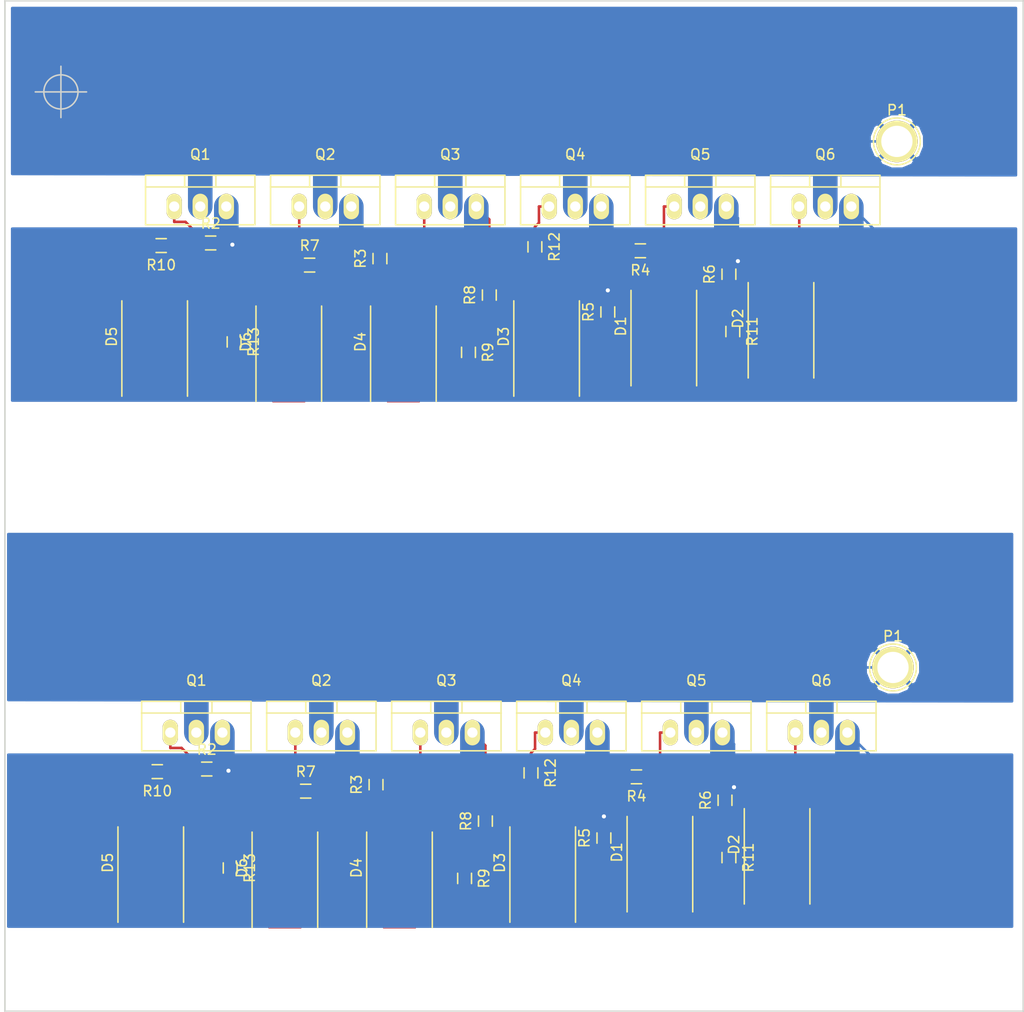
<source format=kicad_pcb>
(kicad_pcb (version 4) (host pcbnew 4.0.4+e1-6308~48~ubuntu14.04.1-stable)

  (general
    (links 101)
    (no_connects 9)
    (area 33.427999 37.516999 132.942001 136.219001)
    (thickness 1.6)
    (drawings 11)
    (tracks 342)
    (zones 0)
    (modules 50)
    (nets 10)
  )

  (page A4)
  (layers
    (0 F.Cu signal)
    (31 B.Cu signal)
    (32 B.Adhes user)
    (33 F.Adhes user)
    (34 B.Paste user)
    (35 F.Paste user)
    (36 B.SilkS user)
    (37 F.SilkS user)
    (38 B.Mask user)
    (39 F.Mask user)
    (40 Dwgs.User user)
    (41 Cmts.User user)
    (42 Eco1.User user)
    (43 Eco2.User user)
    (44 Edge.Cuts user)
    (45 Margin user)
    (46 B.CrtYd user)
    (47 F.CrtYd user)
    (48 B.Fab user)
    (49 F.Fab user)
  )

  (setup
    (last_trace_width 0.25)
    (user_trace_width 2.4)
    (user_trace_width 15)
    (trace_clearance 0.1)
    (zone_clearance 0.508)
    (zone_45_only no)
    (trace_min 0.2)
    (segment_width 0.2)
    (edge_width 0.15)
    (via_size 0.6)
    (via_drill 0.4)
    (via_min_size 0.4)
    (via_min_drill 0.3)
    (uvia_size 0.3)
    (uvia_drill 0.1)
    (uvias_allowed no)
    (uvia_min_size 0.2)
    (uvia_min_drill 0.1)
    (pcb_text_width 0.3)
    (pcb_text_size 1.5 1.5)
    (mod_edge_width 0.15)
    (mod_text_size 1 1)
    (mod_text_width 0.15)
    (pad_size 2.2352 2.2352)
    (pad_drill 1.016)
    (pad_to_mask_clearance 0.2)
    (aux_axis_origin 0 0)
    (grid_origin 31.496 31.75)
    (visible_elements FFFFFF7F)
    (pcbplotparams
      (layerselection 0x00030_80000001)
      (usegerberextensions false)
      (excludeedgelayer true)
      (linewidth 0.100000)
      (plotframeref false)
      (viasonmask false)
      (mode 1)
      (useauxorigin false)
      (hpglpennumber 1)
      (hpglpenspeed 20)
      (hpglpendiameter 15)
      (hpglpenoverlay 2)
      (psnegative false)
      (psa4output false)
      (plotreference true)
      (plotvalue true)
      (plotinvisibletext false)
      (padsonsilk false)
      (subtractmaskfromsilk false)
      (outputformat 1)
      (mirror false)
      (drillshape 1)
      (scaleselection 1)
      (outputdirectory ""))
  )

  (net 0 "")
  (net 1 /endwinding)
  (net 2 /B+)
  (net 3 "Net-(D1-Pad2)")
  (net 4 "Net-(D2-Pad2)")
  (net 5 "Net-(D4-Pad2)")
  (net 6 /PWM-C)
  (net 7 "Net-(D5-Pad2)")
  (net 8 "Net-(D6-Pad2)")
  (net 9 "Net-(D3-Pad2)")

  (net_class Default "This is the default net class."
    (clearance 0.1)
    (trace_width 0.25)
    (via_dia 0.6)
    (via_drill 0.4)
    (uvia_dia 0.3)
    (uvia_drill 0.1)
    (add_net /B+)
    (add_net /PWM-C)
    (add_net /endwinding)
    (add_net "Net-(D1-Pad2)")
    (add_net "Net-(D2-Pad2)")
    (add_net "Net-(D3-Pad2)")
    (add_net "Net-(D4-Pad2)")
    (add_net "Net-(D5-Pad2)")
    (add_net "Net-(D6-Pad2)")
  )

  (module TO_SOT_Packages_THT:TO-220_Neutral123_Vertical (layer F.Cu) (tedit 0) (tstamp 58023E9D)
    (at 113.157 108.966)
    (descr "TO-220, Neutral, Vertical,")
    (tags "TO-220, Neutral, Vertical,")
    (path /57CC10B0)
    (fp_text reference Q6 (at 0 -5.08) (layer F.SilkS)
      (effects (font (size 1 1) (thickness 0.15)))
    )
    (fp_text value Q_NMOS_GDS (at 0 3.81) (layer F.Fab)
      (effects (font (size 1 1) (thickness 0.15)))
    )
    (fp_line (start -1.524 -3.048) (end -1.524 -1.905) (layer F.SilkS) (width 0.15))
    (fp_line (start 1.524 -3.048) (end 1.524 -1.905) (layer F.SilkS) (width 0.15))
    (fp_line (start 5.334 -1.905) (end 5.334 1.778) (layer F.SilkS) (width 0.15))
    (fp_line (start 5.334 1.778) (end -5.334 1.778) (layer F.SilkS) (width 0.15))
    (fp_line (start -5.334 1.778) (end -5.334 -1.905) (layer F.SilkS) (width 0.15))
    (fp_line (start 5.334 -3.048) (end 5.334 -1.905) (layer F.SilkS) (width 0.15))
    (fp_line (start 5.334 -1.905) (end -5.334 -1.905) (layer F.SilkS) (width 0.15))
    (fp_line (start -5.334 -1.905) (end -5.334 -3.048) (layer F.SilkS) (width 0.15))
    (fp_line (start 0 -3.048) (end -5.334 -3.048) (layer F.SilkS) (width 0.15))
    (fp_line (start 0 -3.048) (end 5.334 -3.048) (layer F.SilkS) (width 0.15))
    (pad 2 thru_hole oval (at 0 0 90) (size 2.49936 1.50114) (drill 1.00076) (layers *.Cu *.Mask F.SilkS)
      (net 2 /B+))
    (pad 1 thru_hole oval (at -2.54 0 90) (size 2.49936 1.50114) (drill 1.00076) (layers *.Cu *.Mask F.SilkS)
      (net 4 "Net-(D2-Pad2)"))
    (pad 3 thru_hole oval (at 2.54 0 90) (size 2.49936 1.50114) (drill 1.00076) (layers *.Cu *.Mask F.SilkS)
      (net 1 /endwinding))
    (model TO_SOT_Packages_THT.3dshapes/TO-220_Neutral123_Vertical.wrl
      (at (xyz 0 0 0))
      (scale (xyz 0.3937 0.3937 0.3937))
      (rotate (xyz 0 0 0))
    )
  )

  (module TO_SOT_Packages_THT:TO-220_Neutral123_Vertical (layer F.Cu) (tedit 0) (tstamp 58023E8D)
    (at 100.965 108.966)
    (descr "TO-220, Neutral, Vertical,")
    (tags "TO-220, Neutral, Vertical,")
    (path /57CC0FF8)
    (fp_text reference Q5 (at 0 -5.08) (layer F.SilkS)
      (effects (font (size 1 1) (thickness 0.15)))
    )
    (fp_text value Q_NMOS_GDS (at 0 3.81) (layer F.Fab)
      (effects (font (size 1 1) (thickness 0.15)))
    )
    (fp_line (start -1.524 -3.048) (end -1.524 -1.905) (layer F.SilkS) (width 0.15))
    (fp_line (start 1.524 -3.048) (end 1.524 -1.905) (layer F.SilkS) (width 0.15))
    (fp_line (start 5.334 -1.905) (end 5.334 1.778) (layer F.SilkS) (width 0.15))
    (fp_line (start 5.334 1.778) (end -5.334 1.778) (layer F.SilkS) (width 0.15))
    (fp_line (start -5.334 1.778) (end -5.334 -1.905) (layer F.SilkS) (width 0.15))
    (fp_line (start 5.334 -3.048) (end 5.334 -1.905) (layer F.SilkS) (width 0.15))
    (fp_line (start 5.334 -1.905) (end -5.334 -1.905) (layer F.SilkS) (width 0.15))
    (fp_line (start -5.334 -1.905) (end -5.334 -3.048) (layer F.SilkS) (width 0.15))
    (fp_line (start 0 -3.048) (end -5.334 -3.048) (layer F.SilkS) (width 0.15))
    (fp_line (start 0 -3.048) (end 5.334 -3.048) (layer F.SilkS) (width 0.15))
    (pad 2 thru_hole oval (at 0 0 90) (size 2.49936 1.50114) (drill 1.00076) (layers *.Cu *.Mask F.SilkS)
      (net 2 /B+))
    (pad 1 thru_hole oval (at -2.54 0 90) (size 2.49936 1.50114) (drill 1.00076) (layers *.Cu *.Mask F.SilkS)
      (net 3 "Net-(D1-Pad2)"))
    (pad 3 thru_hole oval (at 2.54 0 90) (size 2.49936 1.50114) (drill 1.00076) (layers *.Cu *.Mask F.SilkS)
      (net 1 /endwinding))
    (model TO_SOT_Packages_THT.3dshapes/TO-220_Neutral123_Vertical.wrl
      (at (xyz 0 0 0))
      (scale (xyz 0.3937 0.3937 0.3937))
      (rotate (xyz 0 0 0))
    )
  )

  (module TO_SOT_Packages_THT:TO-220_Neutral123_Vertical (layer F.Cu) (tedit 0) (tstamp 58023E7D)
    (at 88.773 108.966)
    (descr "TO-220, Neutral, Vertical,")
    (tags "TO-220, Neutral, Vertical,")
    (path /57CC112E)
    (fp_text reference Q4 (at 0 -5.08) (layer F.SilkS)
      (effects (font (size 1 1) (thickness 0.15)))
    )
    (fp_text value Q_NMOS_GDS (at 0 3.81) (layer F.Fab)
      (effects (font (size 1 1) (thickness 0.15)))
    )
    (fp_line (start -1.524 -3.048) (end -1.524 -1.905) (layer F.SilkS) (width 0.15))
    (fp_line (start 1.524 -3.048) (end 1.524 -1.905) (layer F.SilkS) (width 0.15))
    (fp_line (start 5.334 -1.905) (end 5.334 1.778) (layer F.SilkS) (width 0.15))
    (fp_line (start 5.334 1.778) (end -5.334 1.778) (layer F.SilkS) (width 0.15))
    (fp_line (start -5.334 1.778) (end -5.334 -1.905) (layer F.SilkS) (width 0.15))
    (fp_line (start 5.334 -3.048) (end 5.334 -1.905) (layer F.SilkS) (width 0.15))
    (fp_line (start 5.334 -1.905) (end -5.334 -1.905) (layer F.SilkS) (width 0.15))
    (fp_line (start -5.334 -1.905) (end -5.334 -3.048) (layer F.SilkS) (width 0.15))
    (fp_line (start 0 -3.048) (end -5.334 -3.048) (layer F.SilkS) (width 0.15))
    (fp_line (start 0 -3.048) (end 5.334 -3.048) (layer F.SilkS) (width 0.15))
    (pad 2 thru_hole oval (at 0 0 90) (size 2.49936 1.50114) (drill 1.00076) (layers *.Cu *.Mask F.SilkS)
      (net 2 /B+))
    (pad 1 thru_hole oval (at -2.54 0 90) (size 2.49936 1.50114) (drill 1.00076) (layers *.Cu *.Mask F.SilkS)
      (net 9 "Net-(D3-Pad2)"))
    (pad 3 thru_hole oval (at 2.54 0 90) (size 2.49936 1.50114) (drill 1.00076) (layers *.Cu *.Mask F.SilkS)
      (net 1 /endwinding))
    (model TO_SOT_Packages_THT.3dshapes/TO-220_Neutral123_Vertical.wrl
      (at (xyz 0 0 0))
      (scale (xyz 0.3937 0.3937 0.3937))
      (rotate (xyz 0 0 0))
    )
  )

  (module TO_SOT_Packages_THT:TO-220_Neutral123_Vertical (layer F.Cu) (tedit 0) (tstamp 58023E6D)
    (at 76.581 108.966)
    (descr "TO-220, Neutral, Vertical,")
    (tags "TO-220, Neutral, Vertical,")
    (path /57CC1203)
    (fp_text reference Q3 (at 0 -5.08) (layer F.SilkS)
      (effects (font (size 1 1) (thickness 0.15)))
    )
    (fp_text value Q_NMOS_GDS (at 0 3.81) (layer F.Fab)
      (effects (font (size 1 1) (thickness 0.15)))
    )
    (fp_line (start -1.524 -3.048) (end -1.524 -1.905) (layer F.SilkS) (width 0.15))
    (fp_line (start 1.524 -3.048) (end 1.524 -1.905) (layer F.SilkS) (width 0.15))
    (fp_line (start 5.334 -1.905) (end 5.334 1.778) (layer F.SilkS) (width 0.15))
    (fp_line (start 5.334 1.778) (end -5.334 1.778) (layer F.SilkS) (width 0.15))
    (fp_line (start -5.334 1.778) (end -5.334 -1.905) (layer F.SilkS) (width 0.15))
    (fp_line (start 5.334 -3.048) (end 5.334 -1.905) (layer F.SilkS) (width 0.15))
    (fp_line (start 5.334 -1.905) (end -5.334 -1.905) (layer F.SilkS) (width 0.15))
    (fp_line (start -5.334 -1.905) (end -5.334 -3.048) (layer F.SilkS) (width 0.15))
    (fp_line (start 0 -3.048) (end -5.334 -3.048) (layer F.SilkS) (width 0.15))
    (fp_line (start 0 -3.048) (end 5.334 -3.048) (layer F.SilkS) (width 0.15))
    (pad 2 thru_hole oval (at 0 0 90) (size 2.49936 1.50114) (drill 1.00076) (layers *.Cu *.Mask F.SilkS)
      (net 2 /B+))
    (pad 1 thru_hole oval (at -2.54 0 90) (size 2.49936 1.50114) (drill 1.00076) (layers *.Cu *.Mask F.SilkS)
      (net 5 "Net-(D4-Pad2)"))
    (pad 3 thru_hole oval (at 2.54 0 90) (size 2.49936 1.50114) (drill 1.00076) (layers *.Cu *.Mask F.SilkS)
      (net 1 /endwinding))
    (model TO_SOT_Packages_THT.3dshapes/TO-220_Neutral123_Vertical.wrl
      (at (xyz 0 0 0))
      (scale (xyz 0.3937 0.3937 0.3937))
      (rotate (xyz 0 0 0))
    )
  )

  (module TO_SOT_Packages_THT:TO-220_Neutral123_Vertical (layer F.Cu) (tedit 0) (tstamp 58023E5D)
    (at 64.389 108.966)
    (descr "TO-220, Neutral, Vertical,")
    (tags "TO-220, Neutral, Vertical,")
    (path /57CC11B3)
    (fp_text reference Q2 (at 0 -5.08) (layer F.SilkS)
      (effects (font (size 1 1) (thickness 0.15)))
    )
    (fp_text value Q_NMOS_GDS (at 0 3.81) (layer F.Fab)
      (effects (font (size 1 1) (thickness 0.15)))
    )
    (fp_line (start -1.524 -3.048) (end -1.524 -1.905) (layer F.SilkS) (width 0.15))
    (fp_line (start 1.524 -3.048) (end 1.524 -1.905) (layer F.SilkS) (width 0.15))
    (fp_line (start 5.334 -1.905) (end 5.334 1.778) (layer F.SilkS) (width 0.15))
    (fp_line (start 5.334 1.778) (end -5.334 1.778) (layer F.SilkS) (width 0.15))
    (fp_line (start -5.334 1.778) (end -5.334 -1.905) (layer F.SilkS) (width 0.15))
    (fp_line (start 5.334 -3.048) (end 5.334 -1.905) (layer F.SilkS) (width 0.15))
    (fp_line (start 5.334 -1.905) (end -5.334 -1.905) (layer F.SilkS) (width 0.15))
    (fp_line (start -5.334 -1.905) (end -5.334 -3.048) (layer F.SilkS) (width 0.15))
    (fp_line (start 0 -3.048) (end -5.334 -3.048) (layer F.SilkS) (width 0.15))
    (fp_line (start 0 -3.048) (end 5.334 -3.048) (layer F.SilkS) (width 0.15))
    (pad 2 thru_hole oval (at 0 0 90) (size 2.49936 1.50114) (drill 1.00076) (layers *.Cu *.Mask F.SilkS)
      (net 2 /B+))
    (pad 1 thru_hole oval (at -2.54 0 90) (size 2.49936 1.50114) (drill 1.00076) (layers *.Cu *.Mask F.SilkS)
      (net 8 "Net-(D6-Pad2)"))
    (pad 3 thru_hole oval (at 2.54 0 90) (size 2.49936 1.50114) (drill 1.00076) (layers *.Cu *.Mask F.SilkS)
      (net 1 /endwinding))
    (model TO_SOT_Packages_THT.3dshapes/TO-220_Neutral123_Vertical.wrl
      (at (xyz 0 0 0))
      (scale (xyz 0.3937 0.3937 0.3937))
      (rotate (xyz 0 0 0))
    )
  )

  (module TO_SOT_Packages_THT:TO-220_Neutral123_Vertical (layer F.Cu) (tedit 0) (tstamp 58023E4D)
    (at 52.197 108.966)
    (descr "TO-220, Neutral, Vertical,")
    (tags "TO-220, Neutral, Vertical,")
    (path /57CC124A)
    (fp_text reference Q1 (at 0 -5.08) (layer F.SilkS)
      (effects (font (size 1 1) (thickness 0.15)))
    )
    (fp_text value Q_NMOS_GDS (at 0 3.81) (layer F.Fab)
      (effects (font (size 1 1) (thickness 0.15)))
    )
    (fp_line (start -1.524 -3.048) (end -1.524 -1.905) (layer F.SilkS) (width 0.15))
    (fp_line (start 1.524 -3.048) (end 1.524 -1.905) (layer F.SilkS) (width 0.15))
    (fp_line (start 5.334 -1.905) (end 5.334 1.778) (layer F.SilkS) (width 0.15))
    (fp_line (start 5.334 1.778) (end -5.334 1.778) (layer F.SilkS) (width 0.15))
    (fp_line (start -5.334 1.778) (end -5.334 -1.905) (layer F.SilkS) (width 0.15))
    (fp_line (start 5.334 -3.048) (end 5.334 -1.905) (layer F.SilkS) (width 0.15))
    (fp_line (start 5.334 -1.905) (end -5.334 -1.905) (layer F.SilkS) (width 0.15))
    (fp_line (start -5.334 -1.905) (end -5.334 -3.048) (layer F.SilkS) (width 0.15))
    (fp_line (start 0 -3.048) (end -5.334 -3.048) (layer F.SilkS) (width 0.15))
    (fp_line (start 0 -3.048) (end 5.334 -3.048) (layer F.SilkS) (width 0.15))
    (pad 2 thru_hole oval (at 0 0 90) (size 2.49936 1.50114) (drill 1.00076) (layers *.Cu *.Mask F.SilkS)
      (net 2 /B+))
    (pad 1 thru_hole oval (at -2.54 0 90) (size 2.49936 1.50114) (drill 1.00076) (layers *.Cu *.Mask F.SilkS)
      (net 7 "Net-(D5-Pad2)"))
    (pad 3 thru_hole oval (at 2.54 0 90) (size 2.49936 1.50114) (drill 1.00076) (layers *.Cu *.Mask F.SilkS)
      (net 1 /endwinding))
    (model TO_SOT_Packages_THT.3dshapes/TO-220_Neutral123_Vertical.wrl
      (at (xyz 0 0 0))
      (scale (xyz 0.3937 0.3937 0.3937))
      (rotate (xyz 0 0 0))
    )
  )

  (module Resistors_SMD:R_0603_HandSoldering (layer F.Cu) (tedit 5418A00F) (tstamp 58023E42)
    (at 55.499 122.174 270)
    (descr "Resistor SMD 0603, hand soldering")
    (tags "resistor 0603")
    (path /57CC1ECA)
    (attr smd)
    (fp_text reference R13 (at 0 -1.9 270) (layer F.SilkS)
      (effects (font (size 1 1) (thickness 0.15)))
    )
    (fp_text value 5.6 (at 0 1.9 270) (layer F.Fab)
      (effects (font (size 1 1) (thickness 0.15)))
    )
    (fp_line (start -2 -0.8) (end 2 -0.8) (layer F.CrtYd) (width 0.05))
    (fp_line (start -2 0.8) (end 2 0.8) (layer F.CrtYd) (width 0.05))
    (fp_line (start -2 -0.8) (end -2 0.8) (layer F.CrtYd) (width 0.05))
    (fp_line (start 2 -0.8) (end 2 0.8) (layer F.CrtYd) (width 0.05))
    (fp_line (start 0.5 0.675) (end -0.5 0.675) (layer F.SilkS) (width 0.15))
    (fp_line (start -0.5 -0.675) (end 0.5 -0.675) (layer F.SilkS) (width 0.15))
    (pad 1 smd rect (at -1.1 0 270) (size 1.2 0.9) (layers F.Cu F.Paste F.Mask)
      (net 8 "Net-(D6-Pad2)"))
    (pad 2 smd rect (at 1.1 0 270) (size 1.2 0.9) (layers F.Cu F.Paste F.Mask)
      (net 6 /PWM-C))
    (model Resistors_SMD.3dshapes/R_0603_HandSoldering.wrl
      (at (xyz 0 0 0))
      (scale (xyz 1 1 1))
      (rotate (xyz 0 0 0))
    )
  )

  (module Resistors_SMD:R_0603_HandSoldering (layer F.Cu) (tedit 5418A00F) (tstamp 58023E37)
    (at 84.836 112.903 270)
    (descr "Resistor SMD 0603, hand soldering")
    (tags "resistor 0603")
    (path /57CC1E26)
    (attr smd)
    (fp_text reference R12 (at 0 -1.9 270) (layer F.SilkS)
      (effects (font (size 1 1) (thickness 0.15)))
    )
    (fp_text value 5.6 (at 0 1.9 270) (layer F.Fab)
      (effects (font (size 1 1) (thickness 0.15)))
    )
    (fp_line (start -2 -0.8) (end 2 -0.8) (layer F.CrtYd) (width 0.05))
    (fp_line (start -2 0.8) (end 2 0.8) (layer F.CrtYd) (width 0.05))
    (fp_line (start -2 -0.8) (end -2 0.8) (layer F.CrtYd) (width 0.05))
    (fp_line (start 2 -0.8) (end 2 0.8) (layer F.CrtYd) (width 0.05))
    (fp_line (start 0.5 0.675) (end -0.5 0.675) (layer F.SilkS) (width 0.15))
    (fp_line (start -0.5 -0.675) (end 0.5 -0.675) (layer F.SilkS) (width 0.15))
    (pad 1 smd rect (at -1.1 0 270) (size 1.2 0.9) (layers F.Cu F.Paste F.Mask)
      (net 9 "Net-(D3-Pad2)"))
    (pad 2 smd rect (at 1.1 0 270) (size 1.2 0.9) (layers F.Cu F.Paste F.Mask)
      (net 6 /PWM-C))
    (model Resistors_SMD.3dshapes/R_0603_HandSoldering.wrl
      (at (xyz 0 0 0))
      (scale (xyz 1 1 1))
      (rotate (xyz 0 0 0))
    )
  )

  (module Resistors_SMD:R_0603_HandSoldering (layer F.Cu) (tedit 5418A00F) (tstamp 58023E2C)
    (at 104.14 121.158 270)
    (descr "Resistor SMD 0603, hand soldering")
    (tags "resistor 0603")
    (path /57CC1D16)
    (attr smd)
    (fp_text reference R11 (at 0 -1.9 270) (layer F.SilkS)
      (effects (font (size 1 1) (thickness 0.15)))
    )
    (fp_text value 5.6 (at 0 1.9 270) (layer F.Fab)
      (effects (font (size 1 1) (thickness 0.15)))
    )
    (fp_line (start -2 -0.8) (end 2 -0.8) (layer F.CrtYd) (width 0.05))
    (fp_line (start -2 0.8) (end 2 0.8) (layer F.CrtYd) (width 0.05))
    (fp_line (start -2 -0.8) (end -2 0.8) (layer F.CrtYd) (width 0.05))
    (fp_line (start 2 -0.8) (end 2 0.8) (layer F.CrtYd) (width 0.05))
    (fp_line (start 0.5 0.675) (end -0.5 0.675) (layer F.SilkS) (width 0.15))
    (fp_line (start -0.5 -0.675) (end 0.5 -0.675) (layer F.SilkS) (width 0.15))
    (pad 1 smd rect (at -1.1 0 270) (size 1.2 0.9) (layers F.Cu F.Paste F.Mask)
      (net 4 "Net-(D2-Pad2)"))
    (pad 2 smd rect (at 1.1 0 270) (size 1.2 0.9) (layers F.Cu F.Paste F.Mask)
      (net 6 /PWM-C))
    (model Resistors_SMD.3dshapes/R_0603_HandSoldering.wrl
      (at (xyz 0 0 0))
      (scale (xyz 1 1 1))
      (rotate (xyz 0 0 0))
    )
  )

  (module Resistors_SMD:R_0603_HandSoldering (layer F.Cu) (tedit 5418A00F) (tstamp 58023E21)
    (at 48.387 112.776 180)
    (descr "Resistor SMD 0603, hand soldering")
    (tags "resistor 0603")
    (path /57CC1FBB)
    (attr smd)
    (fp_text reference R10 (at 0 -1.9 180) (layer F.SilkS)
      (effects (font (size 1 1) (thickness 0.15)))
    )
    (fp_text value 5.6 (at 0 1.9 180) (layer F.Fab)
      (effects (font (size 1 1) (thickness 0.15)))
    )
    (fp_line (start -2 -0.8) (end 2 -0.8) (layer F.CrtYd) (width 0.05))
    (fp_line (start -2 0.8) (end 2 0.8) (layer F.CrtYd) (width 0.05))
    (fp_line (start -2 -0.8) (end -2 0.8) (layer F.CrtYd) (width 0.05))
    (fp_line (start 2 -0.8) (end 2 0.8) (layer F.CrtYd) (width 0.05))
    (fp_line (start 0.5 0.675) (end -0.5 0.675) (layer F.SilkS) (width 0.15))
    (fp_line (start -0.5 -0.675) (end 0.5 -0.675) (layer F.SilkS) (width 0.15))
    (pad 1 smd rect (at -1.1 0 180) (size 1.2 0.9) (layers F.Cu F.Paste F.Mask)
      (net 7 "Net-(D5-Pad2)"))
    (pad 2 smd rect (at 1.1 0 180) (size 1.2 0.9) (layers F.Cu F.Paste F.Mask)
      (net 6 /PWM-C))
    (model Resistors_SMD.3dshapes/R_0603_HandSoldering.wrl
      (at (xyz 0 0 0))
      (scale (xyz 1 1 1))
      (rotate (xyz 0 0 0))
    )
  )

  (module Resistors_SMD:R_0603_HandSoldering (layer F.Cu) (tedit 5418A00F) (tstamp 58023E16)
    (at 78.359 123.19 270)
    (descr "Resistor SMD 0603, hand soldering")
    (tags "resistor 0603")
    (path /57CC1F42)
    (attr smd)
    (fp_text reference R9 (at 0 -1.9 270) (layer F.SilkS)
      (effects (font (size 1 1) (thickness 0.15)))
    )
    (fp_text value 5.6 (at 0 1.9 270) (layer F.Fab)
      (effects (font (size 1 1) (thickness 0.15)))
    )
    (fp_line (start -2 -0.8) (end 2 -0.8) (layer F.CrtYd) (width 0.05))
    (fp_line (start -2 0.8) (end 2 0.8) (layer F.CrtYd) (width 0.05))
    (fp_line (start -2 -0.8) (end -2 0.8) (layer F.CrtYd) (width 0.05))
    (fp_line (start 2 -0.8) (end 2 0.8) (layer F.CrtYd) (width 0.05))
    (fp_line (start 0.5 0.675) (end -0.5 0.675) (layer F.SilkS) (width 0.15))
    (fp_line (start -0.5 -0.675) (end 0.5 -0.675) (layer F.SilkS) (width 0.15))
    (pad 1 smd rect (at -1.1 0 270) (size 1.2 0.9) (layers F.Cu F.Paste F.Mask)
      (net 5 "Net-(D4-Pad2)"))
    (pad 2 smd rect (at 1.1 0 270) (size 1.2 0.9) (layers F.Cu F.Paste F.Mask)
      (net 6 /PWM-C))
    (model Resistors_SMD.3dshapes/R_0603_HandSoldering.wrl
      (at (xyz 0 0 0))
      (scale (xyz 1 1 1))
      (rotate (xyz 0 0 0))
    )
  )

  (module Resistors_SMD:R_0603_HandSoldering (layer F.Cu) (tedit 5418A00F) (tstamp 58023E0B)
    (at 80.391 117.602 90)
    (descr "Resistor SMD 0603, hand soldering")
    (tags "resistor 0603")
    (path /57CC161A)
    (attr smd)
    (fp_text reference R8 (at 0 -1.9 90) (layer F.SilkS)
      (effects (font (size 1 1) (thickness 0.15)))
    )
    (fp_text value 20k (at 0 1.9 90) (layer F.Fab)
      (effects (font (size 1 1) (thickness 0.15)))
    )
    (fp_line (start -2 -0.8) (end 2 -0.8) (layer F.CrtYd) (width 0.05))
    (fp_line (start -2 0.8) (end 2 0.8) (layer F.CrtYd) (width 0.05))
    (fp_line (start -2 -0.8) (end -2 0.8) (layer F.CrtYd) (width 0.05))
    (fp_line (start 2 -0.8) (end 2 0.8) (layer F.CrtYd) (width 0.05))
    (fp_line (start 0.5 0.675) (end -0.5 0.675) (layer F.SilkS) (width 0.15))
    (fp_line (start -0.5 -0.675) (end 0.5 -0.675) (layer F.SilkS) (width 0.15))
    (pad 1 smd rect (at -1.1 0 90) (size 1.2 0.9) (layers F.Cu F.Paste F.Mask)
      (net 9 "Net-(D3-Pad2)"))
    (pad 2 smd rect (at 1.1 0 90) (size 1.2 0.9) (layers F.Cu F.Paste F.Mask)
      (net 1 /endwinding))
    (model Resistors_SMD.3dshapes/R_0603_HandSoldering.wrl
      (at (xyz 0 0 0))
      (scale (xyz 1 1 1))
      (rotate (xyz 0 0 0))
    )
  )

  (module Resistors_SMD:R_0603_HandSoldering (layer F.Cu) (tedit 5418A00F) (tstamp 58023E00)
    (at 62.865 114.681)
    (descr "Resistor SMD 0603, hand soldering")
    (tags "resistor 0603")
    (path /57CC1683)
    (attr smd)
    (fp_text reference R7 (at 0 -1.9) (layer F.SilkS)
      (effects (font (size 1 1) (thickness 0.15)))
    )
    (fp_text value 20k (at 0 1.9) (layer F.Fab)
      (effects (font (size 1 1) (thickness 0.15)))
    )
    (fp_line (start -2 -0.8) (end 2 -0.8) (layer F.CrtYd) (width 0.05))
    (fp_line (start -2 0.8) (end 2 0.8) (layer F.CrtYd) (width 0.05))
    (fp_line (start -2 -0.8) (end -2 0.8) (layer F.CrtYd) (width 0.05))
    (fp_line (start 2 -0.8) (end 2 0.8) (layer F.CrtYd) (width 0.05))
    (fp_line (start 0.5 0.675) (end -0.5 0.675) (layer F.SilkS) (width 0.15))
    (fp_line (start -0.5 -0.675) (end 0.5 -0.675) (layer F.SilkS) (width 0.15))
    (pad 1 smd rect (at -1.1 0) (size 1.2 0.9) (layers F.Cu F.Paste F.Mask)
      (net 8 "Net-(D6-Pad2)"))
    (pad 2 smd rect (at 1.1 0) (size 1.2 0.9) (layers F.Cu F.Paste F.Mask)
      (net 1 /endwinding))
    (model Resistors_SMD.3dshapes/R_0603_HandSoldering.wrl
      (at (xyz 0 0 0))
      (scale (xyz 1 1 1))
      (rotate (xyz 0 0 0))
    )
  )

  (module Resistors_SMD:R_0603_HandSoldering (layer F.Cu) (tedit 5418A00F) (tstamp 58023DF5)
    (at 103.759 115.57 90)
    (descr "Resistor SMD 0603, hand soldering")
    (tags "resistor 0603")
    (path /57CC1556)
    (attr smd)
    (fp_text reference R6 (at 0 -1.9 90) (layer F.SilkS)
      (effects (font (size 1 1) (thickness 0.15)))
    )
    (fp_text value 20k (at 0 1.9 90) (layer F.Fab)
      (effects (font (size 1 1) (thickness 0.15)))
    )
    (fp_line (start -2 -0.8) (end 2 -0.8) (layer F.CrtYd) (width 0.05))
    (fp_line (start -2 0.8) (end 2 0.8) (layer F.CrtYd) (width 0.05))
    (fp_line (start -2 -0.8) (end -2 0.8) (layer F.CrtYd) (width 0.05))
    (fp_line (start 2 -0.8) (end 2 0.8) (layer F.CrtYd) (width 0.05))
    (fp_line (start 0.5 0.675) (end -0.5 0.675) (layer F.SilkS) (width 0.15))
    (fp_line (start -0.5 -0.675) (end 0.5 -0.675) (layer F.SilkS) (width 0.15))
    (pad 1 smd rect (at -1.1 0 90) (size 1.2 0.9) (layers F.Cu F.Paste F.Mask)
      (net 4 "Net-(D2-Pad2)"))
    (pad 2 smd rect (at 1.1 0 90) (size 1.2 0.9) (layers F.Cu F.Paste F.Mask)
      (net 1 /endwinding))
    (model Resistors_SMD.3dshapes/R_0603_HandSoldering.wrl
      (at (xyz 0 0 0))
      (scale (xyz 1 1 1))
      (rotate (xyz 0 0 0))
    )
  )

  (module Resistors_SMD:R_0603_HandSoldering (layer F.Cu) (tedit 5418A00F) (tstamp 58023DEA)
    (at 91.948 119.253 90)
    (descr "Resistor SMD 0603, hand soldering")
    (tags "resistor 0603")
    (path /57CC14EC)
    (attr smd)
    (fp_text reference R5 (at 0 -1.9 90) (layer F.SilkS)
      (effects (font (size 1 1) (thickness 0.15)))
    )
    (fp_text value 20k (at 0 1.9 90) (layer F.Fab)
      (effects (font (size 1 1) (thickness 0.15)))
    )
    (fp_line (start -2 -0.8) (end 2 -0.8) (layer F.CrtYd) (width 0.05))
    (fp_line (start -2 0.8) (end 2 0.8) (layer F.CrtYd) (width 0.05))
    (fp_line (start -2 -0.8) (end -2 0.8) (layer F.CrtYd) (width 0.05))
    (fp_line (start 2 -0.8) (end 2 0.8) (layer F.CrtYd) (width 0.05))
    (fp_line (start 0.5 0.675) (end -0.5 0.675) (layer F.SilkS) (width 0.15))
    (fp_line (start -0.5 -0.675) (end 0.5 -0.675) (layer F.SilkS) (width 0.15))
    (pad 1 smd rect (at -1.1 0 90) (size 1.2 0.9) (layers F.Cu F.Paste F.Mask)
      (net 3 "Net-(D1-Pad2)"))
    (pad 2 smd rect (at 1.1 0 90) (size 1.2 0.9) (layers F.Cu F.Paste F.Mask)
      (net 1 /endwinding))
    (model Resistors_SMD.3dshapes/R_0603_HandSoldering.wrl
      (at (xyz 0 0 0))
      (scale (xyz 1 1 1))
      (rotate (xyz 0 0 0))
    )
  )

  (module Resistors_SMD:R_0603_HandSoldering (layer F.Cu) (tedit 5418A00F) (tstamp 58023DDF)
    (at 95.123 113.284 180)
    (descr "Resistor SMD 0603, hand soldering")
    (tags "resistor 0603")
    (path /57CC1C4A)
    (attr smd)
    (fp_text reference R4 (at 0 -1.9 180) (layer F.SilkS)
      (effects (font (size 1 1) (thickness 0.15)))
    )
    (fp_text value 5.6 (at 0 1.9 180) (layer F.Fab)
      (effects (font (size 1 1) (thickness 0.15)))
    )
    (fp_line (start -2 -0.8) (end 2 -0.8) (layer F.CrtYd) (width 0.05))
    (fp_line (start -2 0.8) (end 2 0.8) (layer F.CrtYd) (width 0.05))
    (fp_line (start -2 -0.8) (end -2 0.8) (layer F.CrtYd) (width 0.05))
    (fp_line (start 2 -0.8) (end 2 0.8) (layer F.CrtYd) (width 0.05))
    (fp_line (start 0.5 0.675) (end -0.5 0.675) (layer F.SilkS) (width 0.15))
    (fp_line (start -0.5 -0.675) (end 0.5 -0.675) (layer F.SilkS) (width 0.15))
    (pad 1 smd rect (at -1.1 0 180) (size 1.2 0.9) (layers F.Cu F.Paste F.Mask)
      (net 3 "Net-(D1-Pad2)"))
    (pad 2 smd rect (at 1.1 0 180) (size 1.2 0.9) (layers F.Cu F.Paste F.Mask)
      (net 6 /PWM-C))
    (model Resistors_SMD.3dshapes/R_0603_HandSoldering.wrl
      (at (xyz 0 0 0))
      (scale (xyz 1 1 1))
      (rotate (xyz 0 0 0))
    )
  )

  (module Resistors_SMD:R_0603_HandSoldering (layer F.Cu) (tedit 5418A00F) (tstamp 58023DD4)
    (at 69.723 114.046 90)
    (descr "Resistor SMD 0603, hand soldering")
    (tags "resistor 0603")
    (path /57CC16D9)
    (attr smd)
    (fp_text reference R3 (at 0 -1.9 90) (layer F.SilkS)
      (effects (font (size 1 1) (thickness 0.15)))
    )
    (fp_text value 20k (at 0 1.9 90) (layer F.Fab)
      (effects (font (size 1 1) (thickness 0.15)))
    )
    (fp_line (start -2 -0.8) (end 2 -0.8) (layer F.CrtYd) (width 0.05))
    (fp_line (start -2 0.8) (end 2 0.8) (layer F.CrtYd) (width 0.05))
    (fp_line (start -2 -0.8) (end -2 0.8) (layer F.CrtYd) (width 0.05))
    (fp_line (start 2 -0.8) (end 2 0.8) (layer F.CrtYd) (width 0.05))
    (fp_line (start 0.5 0.675) (end -0.5 0.675) (layer F.SilkS) (width 0.15))
    (fp_line (start -0.5 -0.675) (end 0.5 -0.675) (layer F.SilkS) (width 0.15))
    (pad 1 smd rect (at -1.1 0 90) (size 1.2 0.9) (layers F.Cu F.Paste F.Mask)
      (net 5 "Net-(D4-Pad2)"))
    (pad 2 smd rect (at 1.1 0 90) (size 1.2 0.9) (layers F.Cu F.Paste F.Mask)
      (net 1 /endwinding))
    (model Resistors_SMD.3dshapes/R_0603_HandSoldering.wrl
      (at (xyz 0 0 0))
      (scale (xyz 1 1 1))
      (rotate (xyz 0 0 0))
    )
  )

  (module Resistors_SMD:R_0603_HandSoldering (layer F.Cu) (tedit 58023325) (tstamp 58023DC9)
    (at 53.213 112.522)
    (descr "Resistor SMD 0603, hand soldering")
    (tags "resistor 0603")
    (path /57CC17B8)
    (attr smd)
    (fp_text reference R2 (at 0 -1.9) (layer F.SilkS)
      (effects (font (size 1 1) (thickness 0.15)))
    )
    (fp_text value 20k (at 0 1.9) (layer F.Fab)
      (effects (font (size 1 1) (thickness 0.15)))
    )
    (fp_line (start -2 -0.8) (end 2 -0.8) (layer F.CrtYd) (width 0.05))
    (fp_line (start -2 0.8) (end 2 0.8) (layer F.CrtYd) (width 0.05))
    (fp_line (start -2 -0.8) (end -2 0.8) (layer F.CrtYd) (width 0.05))
    (fp_line (start 2 -0.8) (end 2 0.8) (layer F.CrtYd) (width 0.05))
    (fp_line (start 0.5 0.675) (end -0.5 0.675) (layer F.SilkS) (width 0.15))
    (fp_line (start -0.5 -0.675) (end 0.5 -0.675) (layer F.SilkS) (width 0.15))
    (pad 1 smd rect (at -1.1 0) (size 1.2 0.9) (layers F.Cu F.Paste F.Mask)
      (net 7 "Net-(D5-Pad2)"))
    (pad 2 smd rect (at 1.1 0) (size 1.2 0.9) (layers F.Cu F.Paste F.Mask)
      (net 1 /endwinding))
    (model Resistors_SMD.3dshapes/R_0603_HandSoldering.wrl
      (at (xyz 0 0 0))
      (scale (xyz 1 1 1))
      (rotate (xyz 0 0 0))
    )
  )

  (module Diodes_SMD:DO-214AB_Handsoldering (layer F.Cu) (tedit 55429DAE) (tstamp 58023DBE)
    (at 60.833 122.174 90)
    (descr "Jedec DO-214AB diode package. Designed according to Fairchild SS32 datasheet.")
    (tags "DO-214AB diode Handsoldering")
    (path /57CDE1F5)
    (attr smd)
    (fp_text reference D6 (at 0 -4.2 90) (layer F.SilkS)
      (effects (font (size 1 1) (thickness 0.15)))
    )
    (fp_text value 1N5819 (at 0 4.6 90) (layer F.Fab)
      (effects (font (size 1 1) (thickness 0.15)))
    )
    (fp_line (start -6.15 -3.45) (end 6.15 -3.45) (layer F.CrtYd) (width 0.05))
    (fp_line (start 6.15 -3.45) (end 6.15 3.45) (layer F.CrtYd) (width 0.05))
    (fp_line (start 6.15 3.45) (end -6.15 3.45) (layer F.CrtYd) (width 0.05))
    (fp_line (start -6.15 3.45) (end -6.15 -3.45) (layer F.CrtYd) (width 0.05))
    (fp_line (start 3.5 3.2) (end -5.8 3.2) (layer F.SilkS) (width 0.15))
    (fp_line (start -5.8 -3.2) (end 3.5 -3.2) (layer F.SilkS) (width 0.15))
    (pad 2 smd rect (at 4.1 0 90) (size 3.6 3.2) (layers F.Cu F.Paste F.Mask)
      (net 8 "Net-(D6-Pad2)"))
    (pad 1 smd rect (at -4.1 0 90) (size 3.6 3.2) (layers F.Cu F.Paste F.Mask)
      (net 6 /PWM-C))
    (model Diodes_SMD.3dshapes/DO-214AB_Handsoldering.wrl
      (at (xyz 0 0 0))
      (scale (xyz 0.39 0.39 0.39))
      (rotate (xyz 0 0 180))
    )
  )

  (module Diodes_SMD:DO-214AB_Handsoldering (layer F.Cu) (tedit 55429DAE) (tstamp 58023DB3)
    (at 47.752 121.666 90)
    (descr "Jedec DO-214AB diode package. Designed according to Fairchild SS32 datasheet.")
    (tags "DO-214AB diode Handsoldering")
    (path /57CDDB18)
    (attr smd)
    (fp_text reference D5 (at 0 -4.2 90) (layer F.SilkS)
      (effects (font (size 1 1) (thickness 0.15)))
    )
    (fp_text value 1N5819 (at 0 4.6 90) (layer F.Fab)
      (effects (font (size 1 1) (thickness 0.15)))
    )
    (fp_line (start -6.15 -3.45) (end 6.15 -3.45) (layer F.CrtYd) (width 0.05))
    (fp_line (start 6.15 -3.45) (end 6.15 3.45) (layer F.CrtYd) (width 0.05))
    (fp_line (start 6.15 3.45) (end -6.15 3.45) (layer F.CrtYd) (width 0.05))
    (fp_line (start -6.15 3.45) (end -6.15 -3.45) (layer F.CrtYd) (width 0.05))
    (fp_line (start 3.5 3.2) (end -5.8 3.2) (layer F.SilkS) (width 0.15))
    (fp_line (start -5.8 -3.2) (end 3.5 -3.2) (layer F.SilkS) (width 0.15))
    (pad 2 smd rect (at 4.1 0 90) (size 3.6 3.2) (layers F.Cu F.Paste F.Mask)
      (net 7 "Net-(D5-Pad2)"))
    (pad 1 smd rect (at -4.1 0 90) (size 3.6 3.2) (layers F.Cu F.Paste F.Mask)
      (net 6 /PWM-C))
    (model Diodes_SMD.3dshapes/DO-214AB_Handsoldering.wrl
      (at (xyz 0 0 0))
      (scale (xyz 0.39 0.39 0.39))
      (rotate (xyz 0 0 180))
    )
  )

  (module Diodes_SMD:DO-214AB_Handsoldering (layer F.Cu) (tedit 55429DAE) (tstamp 58023DA8)
    (at 72.009 122.174 90)
    (descr "Jedec DO-214AB diode package. Designed according to Fairchild SS32 datasheet.")
    (tags "DO-214AB diode Handsoldering")
    (path /57CDE07E)
    (attr smd)
    (fp_text reference D4 (at 0 -4.2 90) (layer F.SilkS)
      (effects (font (size 1 1) (thickness 0.15)))
    )
    (fp_text value 1N5819 (at 0 4.6 90) (layer F.Fab)
      (effects (font (size 1 1) (thickness 0.15)))
    )
    (fp_line (start -6.15 -3.45) (end 6.15 -3.45) (layer F.CrtYd) (width 0.05))
    (fp_line (start 6.15 -3.45) (end 6.15 3.45) (layer F.CrtYd) (width 0.05))
    (fp_line (start 6.15 3.45) (end -6.15 3.45) (layer F.CrtYd) (width 0.05))
    (fp_line (start -6.15 3.45) (end -6.15 -3.45) (layer F.CrtYd) (width 0.05))
    (fp_line (start 3.5 3.2) (end -5.8 3.2) (layer F.SilkS) (width 0.15))
    (fp_line (start -5.8 -3.2) (end 3.5 -3.2) (layer F.SilkS) (width 0.15))
    (pad 2 smd rect (at 4.1 0 90) (size 3.6 3.2) (layers F.Cu F.Paste F.Mask)
      (net 5 "Net-(D4-Pad2)"))
    (pad 1 smd rect (at -4.1 0 90) (size 3.6 3.2) (layers F.Cu F.Paste F.Mask)
      (net 6 /PWM-C))
    (model Diodes_SMD.3dshapes/DO-214AB_Handsoldering.wrl
      (at (xyz 0 0 0))
      (scale (xyz 0.39 0.39 0.39))
      (rotate (xyz 0 0 180))
    )
  )

  (module Diodes_SMD:DO-214AB_Handsoldering (layer F.Cu) (tedit 55429DAE) (tstamp 58023D9D)
    (at 85.979 121.666 90)
    (descr "Jedec DO-214AB diode package. Designed according to Fairchild SS32 datasheet.")
    (tags "DO-214AB diode Handsoldering")
    (path /57CDE383)
    (attr smd)
    (fp_text reference D3 (at 0 -4.2 90) (layer F.SilkS)
      (effects (font (size 1 1) (thickness 0.15)))
    )
    (fp_text value 1N5819 (at 0 4.6 90) (layer F.Fab)
      (effects (font (size 1 1) (thickness 0.15)))
    )
    (fp_line (start -6.15 -3.45) (end 6.15 -3.45) (layer F.CrtYd) (width 0.05))
    (fp_line (start 6.15 -3.45) (end 6.15 3.45) (layer F.CrtYd) (width 0.05))
    (fp_line (start 6.15 3.45) (end -6.15 3.45) (layer F.CrtYd) (width 0.05))
    (fp_line (start -6.15 3.45) (end -6.15 -3.45) (layer F.CrtYd) (width 0.05))
    (fp_line (start 3.5 3.2) (end -5.8 3.2) (layer F.SilkS) (width 0.15))
    (fp_line (start -5.8 -3.2) (end 3.5 -3.2) (layer F.SilkS) (width 0.15))
    (pad 2 smd rect (at 4.1 0 90) (size 3.6 3.2) (layers F.Cu F.Paste F.Mask)
      (net 9 "Net-(D3-Pad2)"))
    (pad 1 smd rect (at -4.1 0 90) (size 3.6 3.2) (layers F.Cu F.Paste F.Mask)
      (net 6 /PWM-C))
    (model Diodes_SMD.3dshapes/DO-214AB_Handsoldering.wrl
      (at (xyz 0 0 0))
      (scale (xyz 0.39 0.39 0.39))
      (rotate (xyz 0 0 180))
    )
  )

  (module Diodes_SMD:DO-214AB_Handsoldering (layer F.Cu) (tedit 55429DAE) (tstamp 58023D92)
    (at 108.839 119.888 90)
    (descr "Jedec DO-214AB diode package. Designed according to Fairchild SS32 datasheet.")
    (tags "DO-214AB diode Handsoldering")
    (path /57CDE954)
    (attr smd)
    (fp_text reference D2 (at 0 -4.2 90) (layer F.SilkS)
      (effects (font (size 1 1) (thickness 0.15)))
    )
    (fp_text value 1N5819 (at 0 4.6 90) (layer F.Fab)
      (effects (font (size 1 1) (thickness 0.15)))
    )
    (fp_line (start -6.15 -3.45) (end 6.15 -3.45) (layer F.CrtYd) (width 0.05))
    (fp_line (start 6.15 -3.45) (end 6.15 3.45) (layer F.CrtYd) (width 0.05))
    (fp_line (start 6.15 3.45) (end -6.15 3.45) (layer F.CrtYd) (width 0.05))
    (fp_line (start -6.15 3.45) (end -6.15 -3.45) (layer F.CrtYd) (width 0.05))
    (fp_line (start 3.5 3.2) (end -5.8 3.2) (layer F.SilkS) (width 0.15))
    (fp_line (start -5.8 -3.2) (end 3.5 -3.2) (layer F.SilkS) (width 0.15))
    (pad 2 smd rect (at 4.1 0 90) (size 3.6 3.2) (layers F.Cu F.Paste F.Mask)
      (net 4 "Net-(D2-Pad2)"))
    (pad 1 smd rect (at -4.1 0 90) (size 3.6 3.2) (layers F.Cu F.Paste F.Mask)
      (net 6 /PWM-C))
    (model Diodes_SMD.3dshapes/DO-214AB_Handsoldering.wrl
      (at (xyz 0 0 0))
      (scale (xyz 0.39 0.39 0.39))
      (rotate (xyz 0 0 180))
    )
  )

  (module Diodes_SMD:DO-214AB_Handsoldering (layer F.Cu) (tedit 55429DAE) (tstamp 58023D87)
    (at 97.409 120.65 90)
    (descr "Jedec DO-214AB diode package. Designed according to Fairchild SS32 datasheet.")
    (tags "DO-214AB diode Handsoldering")
    (path /57CDEAD8)
    (attr smd)
    (fp_text reference D1 (at 0 -4.2 90) (layer F.SilkS)
      (effects (font (size 1 1) (thickness 0.15)))
    )
    (fp_text value 1N5819 (at 0 4.6 90) (layer F.Fab)
      (effects (font (size 1 1) (thickness 0.15)))
    )
    (fp_line (start -6.15 -3.45) (end 6.15 -3.45) (layer F.CrtYd) (width 0.05))
    (fp_line (start 6.15 -3.45) (end 6.15 3.45) (layer F.CrtYd) (width 0.05))
    (fp_line (start 6.15 3.45) (end -6.15 3.45) (layer F.CrtYd) (width 0.05))
    (fp_line (start -6.15 3.45) (end -6.15 -3.45) (layer F.CrtYd) (width 0.05))
    (fp_line (start 3.5 3.2) (end -5.8 3.2) (layer F.SilkS) (width 0.15))
    (fp_line (start -5.8 -3.2) (end 3.5 -3.2) (layer F.SilkS) (width 0.15))
    (pad 2 smd rect (at 4.1 0 90) (size 3.6 3.2) (layers F.Cu F.Paste F.Mask)
      (net 3 "Net-(D1-Pad2)"))
    (pad 1 smd rect (at -4.1 0 90) (size 3.6 3.2) (layers F.Cu F.Paste F.Mask)
      (net 6 /PWM-C))
    (model Diodes_SMD.3dshapes/DO-214AB_Handsoldering.wrl
      (at (xyz 0 0 0))
      (scale (xyz 0.39 0.39 0.39))
      (rotate (xyz 0 0 180))
    )
  )

  (module Connect:1pin (layer F.Cu) (tedit 0) (tstamp 58023D82)
    (at 120.142 102.616)
    (descr "module 1 pin (ou trou mecanique de percage)")
    (tags DEV)
    (path /57CCC886)
    (fp_text reference P1 (at 0 -3.048) (layer F.SilkS)
      (effects (font (size 1 1) (thickness 0.15)))
    )
    (fp_text value B+ (at 0 2.794) (layer F.Fab)
      (effects (font (size 1 1) (thickness 0.15)))
    )
    (fp_circle (center 0 0) (end 0 -2.286) (layer F.SilkS) (width 0.15))
    (pad 1 thru_hole circle (at 0 0) (size 4.064 4.064) (drill 3.048) (layers *.Cu *.Mask F.SilkS)
      (net 2 /B+))
  )

  (module Connect:1pin (layer F.Cu) (tedit 0) (tstamp 57CD8824)
    (at 120.523 51.308)
    (descr "module 1 pin (ou trou mecanique de percage)")
    (tags DEV)
    (path /57CCC886)
    (fp_text reference P1 (at 0 -3.048) (layer F.SilkS)
      (effects (font (size 1 1) (thickness 0.15)))
    )
    (fp_text value B+ (at 0 2.794) (layer F.Fab)
      (effects (font (size 1 1) (thickness 0.15)))
    )
    (fp_circle (center 0 0) (end 0 -2.286) (layer F.SilkS) (width 0.15))
    (pad 1 thru_hole circle (at 0 0) (size 4.064 4.064) (drill 3.048) (layers *.Cu *.Mask F.SilkS)
      (net 2 /B+))
  )

  (module Diodes_SMD:DO-214AB_Handsoldering (layer F.Cu) (tedit 55429DAE) (tstamp 57CD9141)
    (at 97.79 69.342 90)
    (descr "Jedec DO-214AB diode package. Designed according to Fairchild SS32 datasheet.")
    (tags "DO-214AB diode Handsoldering")
    (path /57CDEAD8)
    (attr smd)
    (fp_text reference D1 (at 0 -4.2 90) (layer F.SilkS)
      (effects (font (size 1 1) (thickness 0.15)))
    )
    (fp_text value 1N5819 (at 0 4.6 90) (layer F.Fab)
      (effects (font (size 1 1) (thickness 0.15)))
    )
    (fp_line (start -6.15 -3.45) (end 6.15 -3.45) (layer F.CrtYd) (width 0.05))
    (fp_line (start 6.15 -3.45) (end 6.15 3.45) (layer F.CrtYd) (width 0.05))
    (fp_line (start 6.15 3.45) (end -6.15 3.45) (layer F.CrtYd) (width 0.05))
    (fp_line (start -6.15 3.45) (end -6.15 -3.45) (layer F.CrtYd) (width 0.05))
    (fp_line (start 3.5 3.2) (end -5.8 3.2) (layer F.SilkS) (width 0.15))
    (fp_line (start -5.8 -3.2) (end 3.5 -3.2) (layer F.SilkS) (width 0.15))
    (pad 2 smd rect (at 4.1 0 90) (size 3.6 3.2) (layers F.Cu F.Paste F.Mask)
      (net 3 "Net-(D1-Pad2)"))
    (pad 1 smd rect (at -4.1 0 90) (size 3.6 3.2) (layers F.Cu F.Paste F.Mask)
      (net 6 /PWM-C))
    (model Diodes_SMD.3dshapes/DO-214AB_Handsoldering.wrl
      (at (xyz 0 0 0))
      (scale (xyz 0.39 0.39 0.39))
      (rotate (xyz 0 0 180))
    )
  )

  (module Diodes_SMD:DO-214AB_Handsoldering (layer F.Cu) (tedit 55429DAE) (tstamp 57CD9146)
    (at 109.22 68.58 90)
    (descr "Jedec DO-214AB diode package. Designed according to Fairchild SS32 datasheet.")
    (tags "DO-214AB diode Handsoldering")
    (path /57CDE954)
    (attr smd)
    (fp_text reference D2 (at 0 -4.2 90) (layer F.SilkS)
      (effects (font (size 1 1) (thickness 0.15)))
    )
    (fp_text value 1N5819 (at 0 4.6 90) (layer F.Fab)
      (effects (font (size 1 1) (thickness 0.15)))
    )
    (fp_line (start -6.15 -3.45) (end 6.15 -3.45) (layer F.CrtYd) (width 0.05))
    (fp_line (start 6.15 -3.45) (end 6.15 3.45) (layer F.CrtYd) (width 0.05))
    (fp_line (start 6.15 3.45) (end -6.15 3.45) (layer F.CrtYd) (width 0.05))
    (fp_line (start -6.15 3.45) (end -6.15 -3.45) (layer F.CrtYd) (width 0.05))
    (fp_line (start 3.5 3.2) (end -5.8 3.2) (layer F.SilkS) (width 0.15))
    (fp_line (start -5.8 -3.2) (end 3.5 -3.2) (layer F.SilkS) (width 0.15))
    (pad 2 smd rect (at 4.1 0 90) (size 3.6 3.2) (layers F.Cu F.Paste F.Mask)
      (net 4 "Net-(D2-Pad2)"))
    (pad 1 smd rect (at -4.1 0 90) (size 3.6 3.2) (layers F.Cu F.Paste F.Mask)
      (net 6 /PWM-C))
    (model Diodes_SMD.3dshapes/DO-214AB_Handsoldering.wrl
      (at (xyz 0 0 0))
      (scale (xyz 0.39 0.39 0.39))
      (rotate (xyz 0 0 180))
    )
  )

  (module Diodes_SMD:DO-214AB_Handsoldering (layer F.Cu) (tedit 55429DAE) (tstamp 57CD914B)
    (at 86.36 70.358 90)
    (descr "Jedec DO-214AB diode package. Designed according to Fairchild SS32 datasheet.")
    (tags "DO-214AB diode Handsoldering")
    (path /57CDE383)
    (attr smd)
    (fp_text reference D3 (at 0 -4.2 90) (layer F.SilkS)
      (effects (font (size 1 1) (thickness 0.15)))
    )
    (fp_text value 1N5819 (at 0 4.6 90) (layer F.Fab)
      (effects (font (size 1 1) (thickness 0.15)))
    )
    (fp_line (start -6.15 -3.45) (end 6.15 -3.45) (layer F.CrtYd) (width 0.05))
    (fp_line (start 6.15 -3.45) (end 6.15 3.45) (layer F.CrtYd) (width 0.05))
    (fp_line (start 6.15 3.45) (end -6.15 3.45) (layer F.CrtYd) (width 0.05))
    (fp_line (start -6.15 3.45) (end -6.15 -3.45) (layer F.CrtYd) (width 0.05))
    (fp_line (start 3.5 3.2) (end -5.8 3.2) (layer F.SilkS) (width 0.15))
    (fp_line (start -5.8 -3.2) (end 3.5 -3.2) (layer F.SilkS) (width 0.15))
    (pad 2 smd rect (at 4.1 0 90) (size 3.6 3.2) (layers F.Cu F.Paste F.Mask)
      (net 9 "Net-(D3-Pad2)"))
    (pad 1 smd rect (at -4.1 0 90) (size 3.6 3.2) (layers F.Cu F.Paste F.Mask)
      (net 6 /PWM-C))
    (model Diodes_SMD.3dshapes/DO-214AB_Handsoldering.wrl
      (at (xyz 0 0 0))
      (scale (xyz 0.39 0.39 0.39))
      (rotate (xyz 0 0 180))
    )
  )

  (module Diodes_SMD:DO-214AB_Handsoldering (layer F.Cu) (tedit 55429DAE) (tstamp 57CD9150)
    (at 72.39 70.866 90)
    (descr "Jedec DO-214AB diode package. Designed according to Fairchild SS32 datasheet.")
    (tags "DO-214AB diode Handsoldering")
    (path /57CDE07E)
    (attr smd)
    (fp_text reference D4 (at 0 -4.2 90) (layer F.SilkS)
      (effects (font (size 1 1) (thickness 0.15)))
    )
    (fp_text value 1N5819 (at 0 4.6 90) (layer F.Fab)
      (effects (font (size 1 1) (thickness 0.15)))
    )
    (fp_line (start -6.15 -3.45) (end 6.15 -3.45) (layer F.CrtYd) (width 0.05))
    (fp_line (start 6.15 -3.45) (end 6.15 3.45) (layer F.CrtYd) (width 0.05))
    (fp_line (start 6.15 3.45) (end -6.15 3.45) (layer F.CrtYd) (width 0.05))
    (fp_line (start -6.15 3.45) (end -6.15 -3.45) (layer F.CrtYd) (width 0.05))
    (fp_line (start 3.5 3.2) (end -5.8 3.2) (layer F.SilkS) (width 0.15))
    (fp_line (start -5.8 -3.2) (end 3.5 -3.2) (layer F.SilkS) (width 0.15))
    (pad 2 smd rect (at 4.1 0 90) (size 3.6 3.2) (layers F.Cu F.Paste F.Mask)
      (net 5 "Net-(D4-Pad2)"))
    (pad 1 smd rect (at -4.1 0 90) (size 3.6 3.2) (layers F.Cu F.Paste F.Mask)
      (net 6 /PWM-C))
    (model Diodes_SMD.3dshapes/DO-214AB_Handsoldering.wrl
      (at (xyz 0 0 0))
      (scale (xyz 0.39 0.39 0.39))
      (rotate (xyz 0 0 180))
    )
  )

  (module Diodes_SMD:DO-214AB_Handsoldering (layer F.Cu) (tedit 55429DAE) (tstamp 57CD9155)
    (at 48.133 70.358 90)
    (descr "Jedec DO-214AB diode package. Designed according to Fairchild SS32 datasheet.")
    (tags "DO-214AB diode Handsoldering")
    (path /57CDDB18)
    (attr smd)
    (fp_text reference D5 (at 0 -4.2 90) (layer F.SilkS)
      (effects (font (size 1 1) (thickness 0.15)))
    )
    (fp_text value 1N5819 (at 0 4.6 90) (layer F.Fab)
      (effects (font (size 1 1) (thickness 0.15)))
    )
    (fp_line (start -6.15 -3.45) (end 6.15 -3.45) (layer F.CrtYd) (width 0.05))
    (fp_line (start 6.15 -3.45) (end 6.15 3.45) (layer F.CrtYd) (width 0.05))
    (fp_line (start 6.15 3.45) (end -6.15 3.45) (layer F.CrtYd) (width 0.05))
    (fp_line (start -6.15 3.45) (end -6.15 -3.45) (layer F.CrtYd) (width 0.05))
    (fp_line (start 3.5 3.2) (end -5.8 3.2) (layer F.SilkS) (width 0.15))
    (fp_line (start -5.8 -3.2) (end 3.5 -3.2) (layer F.SilkS) (width 0.15))
    (pad 2 smd rect (at 4.1 0 90) (size 3.6 3.2) (layers F.Cu F.Paste F.Mask)
      (net 7 "Net-(D5-Pad2)"))
    (pad 1 smd rect (at -4.1 0 90) (size 3.6 3.2) (layers F.Cu F.Paste F.Mask)
      (net 6 /PWM-C))
    (model Diodes_SMD.3dshapes/DO-214AB_Handsoldering.wrl
      (at (xyz 0 0 0))
      (scale (xyz 0.39 0.39 0.39))
      (rotate (xyz 0 0 180))
    )
  )

  (module Diodes_SMD:DO-214AB_Handsoldering (layer F.Cu) (tedit 55429DAE) (tstamp 57CD915A)
    (at 61.214 70.866 90)
    (descr "Jedec DO-214AB diode package. Designed according to Fairchild SS32 datasheet.")
    (tags "DO-214AB diode Handsoldering")
    (path /57CDE1F5)
    (attr smd)
    (fp_text reference D6 (at 0 -4.2 90) (layer F.SilkS)
      (effects (font (size 1 1) (thickness 0.15)))
    )
    (fp_text value 1N5819 (at 0 4.6 90) (layer F.Fab)
      (effects (font (size 1 1) (thickness 0.15)))
    )
    (fp_line (start -6.15 -3.45) (end 6.15 -3.45) (layer F.CrtYd) (width 0.05))
    (fp_line (start 6.15 -3.45) (end 6.15 3.45) (layer F.CrtYd) (width 0.05))
    (fp_line (start 6.15 3.45) (end -6.15 3.45) (layer F.CrtYd) (width 0.05))
    (fp_line (start -6.15 3.45) (end -6.15 -3.45) (layer F.CrtYd) (width 0.05))
    (fp_line (start 3.5 3.2) (end -5.8 3.2) (layer F.SilkS) (width 0.15))
    (fp_line (start -5.8 -3.2) (end 3.5 -3.2) (layer F.SilkS) (width 0.15))
    (pad 2 smd rect (at 4.1 0 90) (size 3.6 3.2) (layers F.Cu F.Paste F.Mask)
      (net 8 "Net-(D6-Pad2)"))
    (pad 1 smd rect (at -4.1 0 90) (size 3.6 3.2) (layers F.Cu F.Paste F.Mask)
      (net 6 /PWM-C))
    (model Diodes_SMD.3dshapes/DO-214AB_Handsoldering.wrl
      (at (xyz 0 0 0))
      (scale (xyz 0.39 0.39 0.39))
      (rotate (xyz 0 0 180))
    )
  )

  (module Resistors_SMD:R_0603_HandSoldering (layer F.Cu) (tedit 58023325) (tstamp 57CD91B9)
    (at 53.594 61.214)
    (descr "Resistor SMD 0603, hand soldering")
    (tags "resistor 0603")
    (path /57CC17B8)
    (attr smd)
    (fp_text reference R2 (at 0 -1.9) (layer F.SilkS)
      (effects (font (size 1 1) (thickness 0.15)))
    )
    (fp_text value 20k (at 0 1.9) (layer F.Fab)
      (effects (font (size 1 1) (thickness 0.15)))
    )
    (fp_line (start -2 -0.8) (end 2 -0.8) (layer F.CrtYd) (width 0.05))
    (fp_line (start -2 0.8) (end 2 0.8) (layer F.CrtYd) (width 0.05))
    (fp_line (start -2 -0.8) (end -2 0.8) (layer F.CrtYd) (width 0.05))
    (fp_line (start 2 -0.8) (end 2 0.8) (layer F.CrtYd) (width 0.05))
    (fp_line (start 0.5 0.675) (end -0.5 0.675) (layer F.SilkS) (width 0.15))
    (fp_line (start -0.5 -0.675) (end 0.5 -0.675) (layer F.SilkS) (width 0.15))
    (pad 1 smd rect (at -1.1 0) (size 1.2 0.9) (layers F.Cu F.Paste F.Mask)
      (net 7 "Net-(D5-Pad2)"))
    (pad 2 smd rect (at 1.1 0) (size 1.2 0.9) (layers F.Cu F.Paste F.Mask)
      (net 1 /endwinding))
    (model Resistors_SMD.3dshapes/R_0603_HandSoldering.wrl
      (at (xyz 0 0 0))
      (scale (xyz 1 1 1))
      (rotate (xyz 0 0 0))
    )
  )

  (module Resistors_SMD:R_0603_HandSoldering (layer F.Cu) (tedit 5418A00F) (tstamp 57CD91BE)
    (at 70.104 62.738 90)
    (descr "Resistor SMD 0603, hand soldering")
    (tags "resistor 0603")
    (path /57CC16D9)
    (attr smd)
    (fp_text reference R3 (at 0 -1.9 90) (layer F.SilkS)
      (effects (font (size 1 1) (thickness 0.15)))
    )
    (fp_text value 20k (at 0 1.9 90) (layer F.Fab)
      (effects (font (size 1 1) (thickness 0.15)))
    )
    (fp_line (start -2 -0.8) (end 2 -0.8) (layer F.CrtYd) (width 0.05))
    (fp_line (start -2 0.8) (end 2 0.8) (layer F.CrtYd) (width 0.05))
    (fp_line (start -2 -0.8) (end -2 0.8) (layer F.CrtYd) (width 0.05))
    (fp_line (start 2 -0.8) (end 2 0.8) (layer F.CrtYd) (width 0.05))
    (fp_line (start 0.5 0.675) (end -0.5 0.675) (layer F.SilkS) (width 0.15))
    (fp_line (start -0.5 -0.675) (end 0.5 -0.675) (layer F.SilkS) (width 0.15))
    (pad 1 smd rect (at -1.1 0 90) (size 1.2 0.9) (layers F.Cu F.Paste F.Mask)
      (net 5 "Net-(D4-Pad2)"))
    (pad 2 smd rect (at 1.1 0 90) (size 1.2 0.9) (layers F.Cu F.Paste F.Mask)
      (net 1 /endwinding))
    (model Resistors_SMD.3dshapes/R_0603_HandSoldering.wrl
      (at (xyz 0 0 0))
      (scale (xyz 1 1 1))
      (rotate (xyz 0 0 0))
    )
  )

  (module Resistors_SMD:R_0603_HandSoldering (layer F.Cu) (tedit 5418A00F) (tstamp 57CD91C3)
    (at 95.504 61.976 180)
    (descr "Resistor SMD 0603, hand soldering")
    (tags "resistor 0603")
    (path /57CC1C4A)
    (attr smd)
    (fp_text reference R4 (at 0 -1.9 180) (layer F.SilkS)
      (effects (font (size 1 1) (thickness 0.15)))
    )
    (fp_text value 5.6 (at 0 1.9 180) (layer F.Fab)
      (effects (font (size 1 1) (thickness 0.15)))
    )
    (fp_line (start -2 -0.8) (end 2 -0.8) (layer F.CrtYd) (width 0.05))
    (fp_line (start -2 0.8) (end 2 0.8) (layer F.CrtYd) (width 0.05))
    (fp_line (start -2 -0.8) (end -2 0.8) (layer F.CrtYd) (width 0.05))
    (fp_line (start 2 -0.8) (end 2 0.8) (layer F.CrtYd) (width 0.05))
    (fp_line (start 0.5 0.675) (end -0.5 0.675) (layer F.SilkS) (width 0.15))
    (fp_line (start -0.5 -0.675) (end 0.5 -0.675) (layer F.SilkS) (width 0.15))
    (pad 1 smd rect (at -1.1 0 180) (size 1.2 0.9) (layers F.Cu F.Paste F.Mask)
      (net 3 "Net-(D1-Pad2)"))
    (pad 2 smd rect (at 1.1 0 180) (size 1.2 0.9) (layers F.Cu F.Paste F.Mask)
      (net 6 /PWM-C))
    (model Resistors_SMD.3dshapes/R_0603_HandSoldering.wrl
      (at (xyz 0 0 0))
      (scale (xyz 1 1 1))
      (rotate (xyz 0 0 0))
    )
  )

  (module Resistors_SMD:R_0603_HandSoldering (layer F.Cu) (tedit 5418A00F) (tstamp 57CD91C8)
    (at 92.329 67.945 90)
    (descr "Resistor SMD 0603, hand soldering")
    (tags "resistor 0603")
    (path /57CC14EC)
    (attr smd)
    (fp_text reference R5 (at 0 -1.9 90) (layer F.SilkS)
      (effects (font (size 1 1) (thickness 0.15)))
    )
    (fp_text value 20k (at 0 1.9 90) (layer F.Fab)
      (effects (font (size 1 1) (thickness 0.15)))
    )
    (fp_line (start -2 -0.8) (end 2 -0.8) (layer F.CrtYd) (width 0.05))
    (fp_line (start -2 0.8) (end 2 0.8) (layer F.CrtYd) (width 0.05))
    (fp_line (start -2 -0.8) (end -2 0.8) (layer F.CrtYd) (width 0.05))
    (fp_line (start 2 -0.8) (end 2 0.8) (layer F.CrtYd) (width 0.05))
    (fp_line (start 0.5 0.675) (end -0.5 0.675) (layer F.SilkS) (width 0.15))
    (fp_line (start -0.5 -0.675) (end 0.5 -0.675) (layer F.SilkS) (width 0.15))
    (pad 1 smd rect (at -1.1 0 90) (size 1.2 0.9) (layers F.Cu F.Paste F.Mask)
      (net 3 "Net-(D1-Pad2)"))
    (pad 2 smd rect (at 1.1 0 90) (size 1.2 0.9) (layers F.Cu F.Paste F.Mask)
      (net 1 /endwinding))
    (model Resistors_SMD.3dshapes/R_0603_HandSoldering.wrl
      (at (xyz 0 0 0))
      (scale (xyz 1 1 1))
      (rotate (xyz 0 0 0))
    )
  )

  (module Resistors_SMD:R_0603_HandSoldering (layer F.Cu) (tedit 5418A00F) (tstamp 57CD91CD)
    (at 104.14 64.262 90)
    (descr "Resistor SMD 0603, hand soldering")
    (tags "resistor 0603")
    (path /57CC1556)
    (attr smd)
    (fp_text reference R6 (at 0 -1.9 90) (layer F.SilkS)
      (effects (font (size 1 1) (thickness 0.15)))
    )
    (fp_text value 20k (at 0 1.9 90) (layer F.Fab)
      (effects (font (size 1 1) (thickness 0.15)))
    )
    (fp_line (start -2 -0.8) (end 2 -0.8) (layer F.CrtYd) (width 0.05))
    (fp_line (start -2 0.8) (end 2 0.8) (layer F.CrtYd) (width 0.05))
    (fp_line (start -2 -0.8) (end -2 0.8) (layer F.CrtYd) (width 0.05))
    (fp_line (start 2 -0.8) (end 2 0.8) (layer F.CrtYd) (width 0.05))
    (fp_line (start 0.5 0.675) (end -0.5 0.675) (layer F.SilkS) (width 0.15))
    (fp_line (start -0.5 -0.675) (end 0.5 -0.675) (layer F.SilkS) (width 0.15))
    (pad 1 smd rect (at -1.1 0 90) (size 1.2 0.9) (layers F.Cu F.Paste F.Mask)
      (net 4 "Net-(D2-Pad2)"))
    (pad 2 smd rect (at 1.1 0 90) (size 1.2 0.9) (layers F.Cu F.Paste F.Mask)
      (net 1 /endwinding))
    (model Resistors_SMD.3dshapes/R_0603_HandSoldering.wrl
      (at (xyz 0 0 0))
      (scale (xyz 1 1 1))
      (rotate (xyz 0 0 0))
    )
  )

  (module Resistors_SMD:R_0603_HandSoldering (layer F.Cu) (tedit 5418A00F) (tstamp 57CD91D2)
    (at 63.246 63.373)
    (descr "Resistor SMD 0603, hand soldering")
    (tags "resistor 0603")
    (path /57CC1683)
    (attr smd)
    (fp_text reference R7 (at 0 -1.9) (layer F.SilkS)
      (effects (font (size 1 1) (thickness 0.15)))
    )
    (fp_text value 20k (at 0 1.9) (layer F.Fab)
      (effects (font (size 1 1) (thickness 0.15)))
    )
    (fp_line (start -2 -0.8) (end 2 -0.8) (layer F.CrtYd) (width 0.05))
    (fp_line (start -2 0.8) (end 2 0.8) (layer F.CrtYd) (width 0.05))
    (fp_line (start -2 -0.8) (end -2 0.8) (layer F.CrtYd) (width 0.05))
    (fp_line (start 2 -0.8) (end 2 0.8) (layer F.CrtYd) (width 0.05))
    (fp_line (start 0.5 0.675) (end -0.5 0.675) (layer F.SilkS) (width 0.15))
    (fp_line (start -0.5 -0.675) (end 0.5 -0.675) (layer F.SilkS) (width 0.15))
    (pad 1 smd rect (at -1.1 0) (size 1.2 0.9) (layers F.Cu F.Paste F.Mask)
      (net 8 "Net-(D6-Pad2)"))
    (pad 2 smd rect (at 1.1 0) (size 1.2 0.9) (layers F.Cu F.Paste F.Mask)
      (net 1 /endwinding))
    (model Resistors_SMD.3dshapes/R_0603_HandSoldering.wrl
      (at (xyz 0 0 0))
      (scale (xyz 1 1 1))
      (rotate (xyz 0 0 0))
    )
  )

  (module Resistors_SMD:R_0603_HandSoldering (layer F.Cu) (tedit 5418A00F) (tstamp 57CD91D7)
    (at 80.772 66.294 90)
    (descr "Resistor SMD 0603, hand soldering")
    (tags "resistor 0603")
    (path /57CC161A)
    (attr smd)
    (fp_text reference R8 (at 0 -1.9 90) (layer F.SilkS)
      (effects (font (size 1 1) (thickness 0.15)))
    )
    (fp_text value 20k (at 0 1.9 90) (layer F.Fab)
      (effects (font (size 1 1) (thickness 0.15)))
    )
    (fp_line (start -2 -0.8) (end 2 -0.8) (layer F.CrtYd) (width 0.05))
    (fp_line (start -2 0.8) (end 2 0.8) (layer F.CrtYd) (width 0.05))
    (fp_line (start -2 -0.8) (end -2 0.8) (layer F.CrtYd) (width 0.05))
    (fp_line (start 2 -0.8) (end 2 0.8) (layer F.CrtYd) (width 0.05))
    (fp_line (start 0.5 0.675) (end -0.5 0.675) (layer F.SilkS) (width 0.15))
    (fp_line (start -0.5 -0.675) (end 0.5 -0.675) (layer F.SilkS) (width 0.15))
    (pad 1 smd rect (at -1.1 0 90) (size 1.2 0.9) (layers F.Cu F.Paste F.Mask)
      (net 9 "Net-(D3-Pad2)"))
    (pad 2 smd rect (at 1.1 0 90) (size 1.2 0.9) (layers F.Cu F.Paste F.Mask)
      (net 1 /endwinding))
    (model Resistors_SMD.3dshapes/R_0603_HandSoldering.wrl
      (at (xyz 0 0 0))
      (scale (xyz 1 1 1))
      (rotate (xyz 0 0 0))
    )
  )

  (module Resistors_SMD:R_0603_HandSoldering (layer F.Cu) (tedit 5418A00F) (tstamp 57CD91DC)
    (at 78.74 71.882 270)
    (descr "Resistor SMD 0603, hand soldering")
    (tags "resistor 0603")
    (path /57CC1F42)
    (attr smd)
    (fp_text reference R9 (at 0 -1.9 270) (layer F.SilkS)
      (effects (font (size 1 1) (thickness 0.15)))
    )
    (fp_text value 5.6 (at 0 1.9 270) (layer F.Fab)
      (effects (font (size 1 1) (thickness 0.15)))
    )
    (fp_line (start -2 -0.8) (end 2 -0.8) (layer F.CrtYd) (width 0.05))
    (fp_line (start -2 0.8) (end 2 0.8) (layer F.CrtYd) (width 0.05))
    (fp_line (start -2 -0.8) (end -2 0.8) (layer F.CrtYd) (width 0.05))
    (fp_line (start 2 -0.8) (end 2 0.8) (layer F.CrtYd) (width 0.05))
    (fp_line (start 0.5 0.675) (end -0.5 0.675) (layer F.SilkS) (width 0.15))
    (fp_line (start -0.5 -0.675) (end 0.5 -0.675) (layer F.SilkS) (width 0.15))
    (pad 1 smd rect (at -1.1 0 270) (size 1.2 0.9) (layers F.Cu F.Paste F.Mask)
      (net 5 "Net-(D4-Pad2)"))
    (pad 2 smd rect (at 1.1 0 270) (size 1.2 0.9) (layers F.Cu F.Paste F.Mask)
      (net 6 /PWM-C))
    (model Resistors_SMD.3dshapes/R_0603_HandSoldering.wrl
      (at (xyz 0 0 0))
      (scale (xyz 1 1 1))
      (rotate (xyz 0 0 0))
    )
  )

  (module Resistors_SMD:R_0603_HandSoldering (layer F.Cu) (tedit 5418A00F) (tstamp 57CD91E1)
    (at 48.768 61.468 180)
    (descr "Resistor SMD 0603, hand soldering")
    (tags "resistor 0603")
    (path /57CC1FBB)
    (attr smd)
    (fp_text reference R10 (at 0 -1.9 180) (layer F.SilkS)
      (effects (font (size 1 1) (thickness 0.15)))
    )
    (fp_text value 5.6 (at 0 1.9 180) (layer F.Fab)
      (effects (font (size 1 1) (thickness 0.15)))
    )
    (fp_line (start -2 -0.8) (end 2 -0.8) (layer F.CrtYd) (width 0.05))
    (fp_line (start -2 0.8) (end 2 0.8) (layer F.CrtYd) (width 0.05))
    (fp_line (start -2 -0.8) (end -2 0.8) (layer F.CrtYd) (width 0.05))
    (fp_line (start 2 -0.8) (end 2 0.8) (layer F.CrtYd) (width 0.05))
    (fp_line (start 0.5 0.675) (end -0.5 0.675) (layer F.SilkS) (width 0.15))
    (fp_line (start -0.5 -0.675) (end 0.5 -0.675) (layer F.SilkS) (width 0.15))
    (pad 1 smd rect (at -1.1 0 180) (size 1.2 0.9) (layers F.Cu F.Paste F.Mask)
      (net 7 "Net-(D5-Pad2)"))
    (pad 2 smd rect (at 1.1 0 180) (size 1.2 0.9) (layers F.Cu F.Paste F.Mask)
      (net 6 /PWM-C))
    (model Resistors_SMD.3dshapes/R_0603_HandSoldering.wrl
      (at (xyz 0 0 0))
      (scale (xyz 1 1 1))
      (rotate (xyz 0 0 0))
    )
  )

  (module Resistors_SMD:R_0603_HandSoldering (layer F.Cu) (tedit 5418A00F) (tstamp 57CD91E6)
    (at 104.521 69.85 270)
    (descr "Resistor SMD 0603, hand soldering")
    (tags "resistor 0603")
    (path /57CC1D16)
    (attr smd)
    (fp_text reference R11 (at 0 -1.9 270) (layer F.SilkS)
      (effects (font (size 1 1) (thickness 0.15)))
    )
    (fp_text value 5.6 (at 0 1.9 270) (layer F.Fab)
      (effects (font (size 1 1) (thickness 0.15)))
    )
    (fp_line (start -2 -0.8) (end 2 -0.8) (layer F.CrtYd) (width 0.05))
    (fp_line (start -2 0.8) (end 2 0.8) (layer F.CrtYd) (width 0.05))
    (fp_line (start -2 -0.8) (end -2 0.8) (layer F.CrtYd) (width 0.05))
    (fp_line (start 2 -0.8) (end 2 0.8) (layer F.CrtYd) (width 0.05))
    (fp_line (start 0.5 0.675) (end -0.5 0.675) (layer F.SilkS) (width 0.15))
    (fp_line (start -0.5 -0.675) (end 0.5 -0.675) (layer F.SilkS) (width 0.15))
    (pad 1 smd rect (at -1.1 0 270) (size 1.2 0.9) (layers F.Cu F.Paste F.Mask)
      (net 4 "Net-(D2-Pad2)"))
    (pad 2 smd rect (at 1.1 0 270) (size 1.2 0.9) (layers F.Cu F.Paste F.Mask)
      (net 6 /PWM-C))
    (model Resistors_SMD.3dshapes/R_0603_HandSoldering.wrl
      (at (xyz 0 0 0))
      (scale (xyz 1 1 1))
      (rotate (xyz 0 0 0))
    )
  )

  (module Resistors_SMD:R_0603_HandSoldering (layer F.Cu) (tedit 5418A00F) (tstamp 57CD91EB)
    (at 85.217 61.595 270)
    (descr "Resistor SMD 0603, hand soldering")
    (tags "resistor 0603")
    (path /57CC1E26)
    (attr smd)
    (fp_text reference R12 (at 0 -1.9 270) (layer F.SilkS)
      (effects (font (size 1 1) (thickness 0.15)))
    )
    (fp_text value 5.6 (at 0 1.9 270) (layer F.Fab)
      (effects (font (size 1 1) (thickness 0.15)))
    )
    (fp_line (start -2 -0.8) (end 2 -0.8) (layer F.CrtYd) (width 0.05))
    (fp_line (start -2 0.8) (end 2 0.8) (layer F.CrtYd) (width 0.05))
    (fp_line (start -2 -0.8) (end -2 0.8) (layer F.CrtYd) (width 0.05))
    (fp_line (start 2 -0.8) (end 2 0.8) (layer F.CrtYd) (width 0.05))
    (fp_line (start 0.5 0.675) (end -0.5 0.675) (layer F.SilkS) (width 0.15))
    (fp_line (start -0.5 -0.675) (end 0.5 -0.675) (layer F.SilkS) (width 0.15))
    (pad 1 smd rect (at -1.1 0 270) (size 1.2 0.9) (layers F.Cu F.Paste F.Mask)
      (net 9 "Net-(D3-Pad2)"))
    (pad 2 smd rect (at 1.1 0 270) (size 1.2 0.9) (layers F.Cu F.Paste F.Mask)
      (net 6 /PWM-C))
    (model Resistors_SMD.3dshapes/R_0603_HandSoldering.wrl
      (at (xyz 0 0 0))
      (scale (xyz 1 1 1))
      (rotate (xyz 0 0 0))
    )
  )

  (module Resistors_SMD:R_0603_HandSoldering (layer F.Cu) (tedit 5418A00F) (tstamp 57CD91F0)
    (at 55.88 70.866 270)
    (descr "Resistor SMD 0603, hand soldering")
    (tags "resistor 0603")
    (path /57CC1ECA)
    (attr smd)
    (fp_text reference R13 (at 0 -1.9 270) (layer F.SilkS)
      (effects (font (size 1 1) (thickness 0.15)))
    )
    (fp_text value 5.6 (at 0 1.9 270) (layer F.Fab)
      (effects (font (size 1 1) (thickness 0.15)))
    )
    (fp_line (start -2 -0.8) (end 2 -0.8) (layer F.CrtYd) (width 0.05))
    (fp_line (start -2 0.8) (end 2 0.8) (layer F.CrtYd) (width 0.05))
    (fp_line (start -2 -0.8) (end -2 0.8) (layer F.CrtYd) (width 0.05))
    (fp_line (start 2 -0.8) (end 2 0.8) (layer F.CrtYd) (width 0.05))
    (fp_line (start 0.5 0.675) (end -0.5 0.675) (layer F.SilkS) (width 0.15))
    (fp_line (start -0.5 -0.675) (end 0.5 -0.675) (layer F.SilkS) (width 0.15))
    (pad 1 smd rect (at -1.1 0 270) (size 1.2 0.9) (layers F.Cu F.Paste F.Mask)
      (net 8 "Net-(D6-Pad2)"))
    (pad 2 smd rect (at 1.1 0 270) (size 1.2 0.9) (layers F.Cu F.Paste F.Mask)
      (net 6 /PWM-C))
    (model Resistors_SMD.3dshapes/R_0603_HandSoldering.wrl
      (at (xyz 0 0 0))
      (scale (xyz 1 1 1))
      (rotate (xyz 0 0 0))
    )
  )

  (module TO_SOT_Packages_THT:TO-220_Neutral123_Vertical (layer F.Cu) (tedit 0) (tstamp 5802320F)
    (at 52.578 57.658)
    (descr "TO-220, Neutral, Vertical,")
    (tags "TO-220, Neutral, Vertical,")
    (path /57CC124A)
    (fp_text reference Q1 (at 0 -5.08) (layer F.SilkS)
      (effects (font (size 1 1) (thickness 0.15)))
    )
    (fp_text value Q_NMOS_GDS (at 0 3.81) (layer F.Fab)
      (effects (font (size 1 1) (thickness 0.15)))
    )
    (fp_line (start -1.524 -3.048) (end -1.524 -1.905) (layer F.SilkS) (width 0.15))
    (fp_line (start 1.524 -3.048) (end 1.524 -1.905) (layer F.SilkS) (width 0.15))
    (fp_line (start 5.334 -1.905) (end 5.334 1.778) (layer F.SilkS) (width 0.15))
    (fp_line (start 5.334 1.778) (end -5.334 1.778) (layer F.SilkS) (width 0.15))
    (fp_line (start -5.334 1.778) (end -5.334 -1.905) (layer F.SilkS) (width 0.15))
    (fp_line (start 5.334 -3.048) (end 5.334 -1.905) (layer F.SilkS) (width 0.15))
    (fp_line (start 5.334 -1.905) (end -5.334 -1.905) (layer F.SilkS) (width 0.15))
    (fp_line (start -5.334 -1.905) (end -5.334 -3.048) (layer F.SilkS) (width 0.15))
    (fp_line (start 0 -3.048) (end -5.334 -3.048) (layer F.SilkS) (width 0.15))
    (fp_line (start 0 -3.048) (end 5.334 -3.048) (layer F.SilkS) (width 0.15))
    (pad 2 thru_hole oval (at 0 0 90) (size 2.49936 1.50114) (drill 1.00076) (layers *.Cu *.Mask F.SilkS)
      (net 2 /B+))
    (pad 1 thru_hole oval (at -2.54 0 90) (size 2.49936 1.50114) (drill 1.00076) (layers *.Cu *.Mask F.SilkS)
      (net 7 "Net-(D5-Pad2)"))
    (pad 3 thru_hole oval (at 2.54 0 90) (size 2.49936 1.50114) (drill 1.00076) (layers *.Cu *.Mask F.SilkS)
      (net 1 /endwinding))
    (model TO_SOT_Packages_THT.3dshapes/TO-220_Neutral123_Vertical.wrl
      (at (xyz 0 0 0))
      (scale (xyz 0.3937 0.3937 0.3937))
      (rotate (xyz 0 0 0))
    )
  )

  (module TO_SOT_Packages_THT:TO-220_Neutral123_Vertical (layer F.Cu) (tedit 0) (tstamp 58023215)
    (at 64.77 57.658)
    (descr "TO-220, Neutral, Vertical,")
    (tags "TO-220, Neutral, Vertical,")
    (path /57CC11B3)
    (fp_text reference Q2 (at 0 -5.08) (layer F.SilkS)
      (effects (font (size 1 1) (thickness 0.15)))
    )
    (fp_text value Q_NMOS_GDS (at 0 3.81) (layer F.Fab)
      (effects (font (size 1 1) (thickness 0.15)))
    )
    (fp_line (start -1.524 -3.048) (end -1.524 -1.905) (layer F.SilkS) (width 0.15))
    (fp_line (start 1.524 -3.048) (end 1.524 -1.905) (layer F.SilkS) (width 0.15))
    (fp_line (start 5.334 -1.905) (end 5.334 1.778) (layer F.SilkS) (width 0.15))
    (fp_line (start 5.334 1.778) (end -5.334 1.778) (layer F.SilkS) (width 0.15))
    (fp_line (start -5.334 1.778) (end -5.334 -1.905) (layer F.SilkS) (width 0.15))
    (fp_line (start 5.334 -3.048) (end 5.334 -1.905) (layer F.SilkS) (width 0.15))
    (fp_line (start 5.334 -1.905) (end -5.334 -1.905) (layer F.SilkS) (width 0.15))
    (fp_line (start -5.334 -1.905) (end -5.334 -3.048) (layer F.SilkS) (width 0.15))
    (fp_line (start 0 -3.048) (end -5.334 -3.048) (layer F.SilkS) (width 0.15))
    (fp_line (start 0 -3.048) (end 5.334 -3.048) (layer F.SilkS) (width 0.15))
    (pad 2 thru_hole oval (at 0 0 90) (size 2.49936 1.50114) (drill 1.00076) (layers *.Cu *.Mask F.SilkS)
      (net 2 /B+))
    (pad 1 thru_hole oval (at -2.54 0 90) (size 2.49936 1.50114) (drill 1.00076) (layers *.Cu *.Mask F.SilkS)
      (net 8 "Net-(D6-Pad2)"))
    (pad 3 thru_hole oval (at 2.54 0 90) (size 2.49936 1.50114) (drill 1.00076) (layers *.Cu *.Mask F.SilkS)
      (net 1 /endwinding))
    (model TO_SOT_Packages_THT.3dshapes/TO-220_Neutral123_Vertical.wrl
      (at (xyz 0 0 0))
      (scale (xyz 0.3937 0.3937 0.3937))
      (rotate (xyz 0 0 0))
    )
  )

  (module TO_SOT_Packages_THT:TO-220_Neutral123_Vertical (layer F.Cu) (tedit 0) (tstamp 5802321B)
    (at 76.962 57.658)
    (descr "TO-220, Neutral, Vertical,")
    (tags "TO-220, Neutral, Vertical,")
    (path /57CC1203)
    (fp_text reference Q3 (at 0 -5.08) (layer F.SilkS)
      (effects (font (size 1 1) (thickness 0.15)))
    )
    (fp_text value Q_NMOS_GDS (at 0 3.81) (layer F.Fab)
      (effects (font (size 1 1) (thickness 0.15)))
    )
    (fp_line (start -1.524 -3.048) (end -1.524 -1.905) (layer F.SilkS) (width 0.15))
    (fp_line (start 1.524 -3.048) (end 1.524 -1.905) (layer F.SilkS) (width 0.15))
    (fp_line (start 5.334 -1.905) (end 5.334 1.778) (layer F.SilkS) (width 0.15))
    (fp_line (start 5.334 1.778) (end -5.334 1.778) (layer F.SilkS) (width 0.15))
    (fp_line (start -5.334 1.778) (end -5.334 -1.905) (layer F.SilkS) (width 0.15))
    (fp_line (start 5.334 -3.048) (end 5.334 -1.905) (layer F.SilkS) (width 0.15))
    (fp_line (start 5.334 -1.905) (end -5.334 -1.905) (layer F.SilkS) (width 0.15))
    (fp_line (start -5.334 -1.905) (end -5.334 -3.048) (layer F.SilkS) (width 0.15))
    (fp_line (start 0 -3.048) (end -5.334 -3.048) (layer F.SilkS) (width 0.15))
    (fp_line (start 0 -3.048) (end 5.334 -3.048) (layer F.SilkS) (width 0.15))
    (pad 2 thru_hole oval (at 0 0 90) (size 2.49936 1.50114) (drill 1.00076) (layers *.Cu *.Mask F.SilkS)
      (net 2 /B+))
    (pad 1 thru_hole oval (at -2.54 0 90) (size 2.49936 1.50114) (drill 1.00076) (layers *.Cu *.Mask F.SilkS)
      (net 5 "Net-(D4-Pad2)"))
    (pad 3 thru_hole oval (at 2.54 0 90) (size 2.49936 1.50114) (drill 1.00076) (layers *.Cu *.Mask F.SilkS)
      (net 1 /endwinding))
    (model TO_SOT_Packages_THT.3dshapes/TO-220_Neutral123_Vertical.wrl
      (at (xyz 0 0 0))
      (scale (xyz 0.3937 0.3937 0.3937))
      (rotate (xyz 0 0 0))
    )
  )

  (module TO_SOT_Packages_THT:TO-220_Neutral123_Vertical (layer F.Cu) (tedit 0) (tstamp 58023221)
    (at 89.154 57.658)
    (descr "TO-220, Neutral, Vertical,")
    (tags "TO-220, Neutral, Vertical,")
    (path /57CC112E)
    (fp_text reference Q4 (at 0 -5.08) (layer F.SilkS)
      (effects (font (size 1 1) (thickness 0.15)))
    )
    (fp_text value Q_NMOS_GDS (at 0 3.81) (layer F.Fab)
      (effects (font (size 1 1) (thickness 0.15)))
    )
    (fp_line (start -1.524 -3.048) (end -1.524 -1.905) (layer F.SilkS) (width 0.15))
    (fp_line (start 1.524 -3.048) (end 1.524 -1.905) (layer F.SilkS) (width 0.15))
    (fp_line (start 5.334 -1.905) (end 5.334 1.778) (layer F.SilkS) (width 0.15))
    (fp_line (start 5.334 1.778) (end -5.334 1.778) (layer F.SilkS) (width 0.15))
    (fp_line (start -5.334 1.778) (end -5.334 -1.905) (layer F.SilkS) (width 0.15))
    (fp_line (start 5.334 -3.048) (end 5.334 -1.905) (layer F.SilkS) (width 0.15))
    (fp_line (start 5.334 -1.905) (end -5.334 -1.905) (layer F.SilkS) (width 0.15))
    (fp_line (start -5.334 -1.905) (end -5.334 -3.048) (layer F.SilkS) (width 0.15))
    (fp_line (start 0 -3.048) (end -5.334 -3.048) (layer F.SilkS) (width 0.15))
    (fp_line (start 0 -3.048) (end 5.334 -3.048) (layer F.SilkS) (width 0.15))
    (pad 2 thru_hole oval (at 0 0 90) (size 2.49936 1.50114) (drill 1.00076) (layers *.Cu *.Mask F.SilkS)
      (net 2 /B+))
    (pad 1 thru_hole oval (at -2.54 0 90) (size 2.49936 1.50114) (drill 1.00076) (layers *.Cu *.Mask F.SilkS)
      (net 9 "Net-(D3-Pad2)"))
    (pad 3 thru_hole oval (at 2.54 0 90) (size 2.49936 1.50114) (drill 1.00076) (layers *.Cu *.Mask F.SilkS)
      (net 1 /endwinding))
    (model TO_SOT_Packages_THT.3dshapes/TO-220_Neutral123_Vertical.wrl
      (at (xyz 0 0 0))
      (scale (xyz 0.3937 0.3937 0.3937))
      (rotate (xyz 0 0 0))
    )
  )

  (module TO_SOT_Packages_THT:TO-220_Neutral123_Vertical (layer F.Cu) (tedit 0) (tstamp 58023227)
    (at 101.346 57.658)
    (descr "TO-220, Neutral, Vertical,")
    (tags "TO-220, Neutral, Vertical,")
    (path /57CC0FF8)
    (fp_text reference Q5 (at 0 -5.08) (layer F.SilkS)
      (effects (font (size 1 1) (thickness 0.15)))
    )
    (fp_text value Q_NMOS_GDS (at 0 3.81) (layer F.Fab)
      (effects (font (size 1 1) (thickness 0.15)))
    )
    (fp_line (start -1.524 -3.048) (end -1.524 -1.905) (layer F.SilkS) (width 0.15))
    (fp_line (start 1.524 -3.048) (end 1.524 -1.905) (layer F.SilkS) (width 0.15))
    (fp_line (start 5.334 -1.905) (end 5.334 1.778) (layer F.SilkS) (width 0.15))
    (fp_line (start 5.334 1.778) (end -5.334 1.778) (layer F.SilkS) (width 0.15))
    (fp_line (start -5.334 1.778) (end -5.334 -1.905) (layer F.SilkS) (width 0.15))
    (fp_line (start 5.334 -3.048) (end 5.334 -1.905) (layer F.SilkS) (width 0.15))
    (fp_line (start 5.334 -1.905) (end -5.334 -1.905) (layer F.SilkS) (width 0.15))
    (fp_line (start -5.334 -1.905) (end -5.334 -3.048) (layer F.SilkS) (width 0.15))
    (fp_line (start 0 -3.048) (end -5.334 -3.048) (layer F.SilkS) (width 0.15))
    (fp_line (start 0 -3.048) (end 5.334 -3.048) (layer F.SilkS) (width 0.15))
    (pad 2 thru_hole oval (at 0 0 90) (size 2.49936 1.50114) (drill 1.00076) (layers *.Cu *.Mask F.SilkS)
      (net 2 /B+))
    (pad 1 thru_hole oval (at -2.54 0 90) (size 2.49936 1.50114) (drill 1.00076) (layers *.Cu *.Mask F.SilkS)
      (net 3 "Net-(D1-Pad2)"))
    (pad 3 thru_hole oval (at 2.54 0 90) (size 2.49936 1.50114) (drill 1.00076) (layers *.Cu *.Mask F.SilkS)
      (net 1 /endwinding))
    (model TO_SOT_Packages_THT.3dshapes/TO-220_Neutral123_Vertical.wrl
      (at (xyz 0 0 0))
      (scale (xyz 0.3937 0.3937 0.3937))
      (rotate (xyz 0 0 0))
    )
  )

  (module TO_SOT_Packages_THT:TO-220_Neutral123_Vertical (layer F.Cu) (tedit 0) (tstamp 5802322D)
    (at 113.538 57.658)
    (descr "TO-220, Neutral, Vertical,")
    (tags "TO-220, Neutral, Vertical,")
    (path /57CC10B0)
    (fp_text reference Q6 (at 0 -5.08) (layer F.SilkS)
      (effects (font (size 1 1) (thickness 0.15)))
    )
    (fp_text value Q_NMOS_GDS (at 0 3.81) (layer F.Fab)
      (effects (font (size 1 1) (thickness 0.15)))
    )
    (fp_line (start -1.524 -3.048) (end -1.524 -1.905) (layer F.SilkS) (width 0.15))
    (fp_line (start 1.524 -3.048) (end 1.524 -1.905) (layer F.SilkS) (width 0.15))
    (fp_line (start 5.334 -1.905) (end 5.334 1.778) (layer F.SilkS) (width 0.15))
    (fp_line (start 5.334 1.778) (end -5.334 1.778) (layer F.SilkS) (width 0.15))
    (fp_line (start -5.334 1.778) (end -5.334 -1.905) (layer F.SilkS) (width 0.15))
    (fp_line (start 5.334 -3.048) (end 5.334 -1.905) (layer F.SilkS) (width 0.15))
    (fp_line (start 5.334 -1.905) (end -5.334 -1.905) (layer F.SilkS) (width 0.15))
    (fp_line (start -5.334 -1.905) (end -5.334 -3.048) (layer F.SilkS) (width 0.15))
    (fp_line (start 0 -3.048) (end -5.334 -3.048) (layer F.SilkS) (width 0.15))
    (fp_line (start 0 -3.048) (end 5.334 -3.048) (layer F.SilkS) (width 0.15))
    (pad 2 thru_hole oval (at 0 0 90) (size 2.49936 1.50114) (drill 1.00076) (layers *.Cu *.Mask F.SilkS)
      (net 2 /B+))
    (pad 1 thru_hole oval (at -2.54 0 90) (size 2.49936 1.50114) (drill 1.00076) (layers *.Cu *.Mask F.SilkS)
      (net 4 "Net-(D2-Pad2)"))
    (pad 3 thru_hole oval (at 2.54 0 90) (size 2.49936 1.50114) (drill 1.00076) (layers *.Cu *.Mask F.SilkS)
      (net 1 /endwinding))
    (model TO_SOT_Packages_THT.3dshapes/TO-220_Neutral123_Vertical.wrl
      (at (xyz 0 0 0))
      (scale (xyz 0.3937 0.3937 0.3937))
      (rotate (xyz 0 0 0))
    )
  )

  (gr_line (start 33.147 105.918) (end 132.461 105.918) (angle 90) (layer F.Fab) (width 0.2) (tstamp 58023F5A))
  (gr_line (start 33.147 110.998) (end 132.461 110.998) (angle 90) (layer F.Fab) (width 0.2) (tstamp 58023F59))
  (gr_line (start 33.147 128.016) (end 132.461 128.016) (angle 90) (layer F.Fab) (width 0.2) (tstamp 58023F58))
  (target plus (at 38.989 46.482) (size 5) (width 0.15) (layer Edge.Cuts))
  (gr_line (start 33.528 76.708) (end 132.842 76.708) (angle 90) (layer F.Fab) (width 0.2))
  (gr_line (start 33.528 59.69) (end 132.842 59.69) (angle 90) (layer F.Fab) (width 0.2))
  (gr_line (start 33.528 54.61) (end 132.842 54.61) (angle 90) (layer F.Fab) (width 0.2))
  (gr_line (start 132.842 37.592) (end 33.528 37.592) (angle 90) (layer Edge.Cuts) (width 0.15))
  (gr_line (start 132.842 136.144) (end 132.842 37.592) (angle 90) (layer Edge.Cuts) (width 0.15))
  (gr_line (start 33.528 136.144) (end 132.842 136.144) (angle 90) (layer Edge.Cuts) (width 0.15))
  (gr_line (start 33.528 37.592) (end 33.528 136.144) (angle 90) (layer Edge.Cuts) (width 0.15))

  (segment (start 54.737 108.966) (end 54.737 122.174) (width 2.4) (layer B.Cu) (net 1) (tstamp 58023ED2))
  (segment (start 54.737 122.174) (end 65.405 122.174) (width 2.4) (layer B.Cu) (net 1) (tstamp 58023ED1))
  (segment (start 65.405 122.174) (end 66.929 120.65) (width 2.4) (layer B.Cu) (net 1) (tstamp 58023ED0))
  (segment (start 66.929 120.65) (end 66.929 108.966) (width 2.4) (layer B.Cu) (net 1) (tstamp 58023ECF))
  (segment (start 55.163 112.522) (end 55.3298 112.6888) (width 0.25) (layer F.Cu) (net 1) (tstamp 58023ECE))
  (segment (start 54.313 112.522) (end 55.163 112.522) (width 0.25) (layer F.Cu) (net 1) (tstamp 58023ECD))
  (segment (start 91.313 108.966) (end 91.313 119.634) (width 2.4) (layer B.Cu) (net 1) (tstamp 58023ECC))
  (segment (start 91.313 119.634) (end 91.313 122.174) (width 2.4) (layer B.Cu) (net 1) (tstamp 58023ECB))
  (segment (start 91.313 122.174) (end 88.773 119.634) (width 2.4) (layer B.Cu) (net 1) (tstamp 58023ECA))
  (segment (start 91.313 119.634) (end 88.773 119.634) (width 2.4) (layer B.Cu) (net 1) (tstamp 58023EC9))
  (segment (start 98.679 119.634) (end 91.313 119.634) (width 2.4) (layer B.Cu) (net 1) (tstamp 58023EC8))
  (segment (start 79.121 108.966) (end 79.121 112.268) (width 2.4) (layer B.Cu) (net 1) (tstamp 58023EC7))
  (segment (start 79.121 112.268) (end 71.755 119.634) (width 2.4) (layer B.Cu) (net 1) (tstamp 58023EC6))
  (segment (start 71.755 119.634) (end 68.199 119.634) (width 2.4) (layer B.Cu) (net 1) (tstamp 58023EC5))
  (segment (start 88.773 119.634) (end 71.755 119.634) (width 2.4) (layer B.Cu) (net 1) (tstamp 58023EC4))
  (segment (start 103.505 108.966) (end 103.505 114.808) (width 2.4) (layer B.Cu) (net 1) (tstamp 58023EC3))
  (segment (start 103.505 114.808) (end 98.679 119.634) (width 2.4) (layer B.Cu) (net 1) (tstamp 58023EC2))
  (segment (start 115.697 123.698) (end 111.633 119.634) (width 2.4) (layer B.Cu) (net 1) (tstamp 58023EC1))
  (segment (start 115.697 108.966) (end 115.697 123.698) (width 2.4) (layer B.Cu) (net 1) (tstamp 58023EC0))
  (segment (start 111.633 119.634) (end 98.679 119.634) (width 2.4) (layer B.Cu) (net 1) (tstamp 58023EBF))
  (via (at 55.3298 112.6888) (size 0.6) (layers F.Cu B.Cu) (net 1) (tstamp 58023EBE))
  (segment (start 66.929 110.152) (end 66.929 108.966) (width 0.25) (layer F.Cu) (net 1) (tstamp 58023EBD))
  (segment (start 69.723 112.946) (end 66.929 110.152) (width 0.25) (layer F.Cu) (net 1) (tstamp 58023EBC))
  (segment (start 66.929 114.681) (end 68.664 112.946) (width 0.25) (layer F.Cu) (net 1) (tstamp 58023EBB))
  (segment (start 68.664 112.946) (end 69.723 112.946) (width 0.25) (layer F.Cu) (net 1) (tstamp 58023EBA))
  (segment (start 63.965 114.681) (end 66.929 114.681) (width 0.25) (layer F.Cu) (net 1) (tstamp 58023EB9))
  (segment (start 80.391 110.236) (end 79.121 108.966) (width 0.25) (layer F.Cu) (net 1) (tstamp 58023EB8))
  (segment (start 80.391 116.502) (end 80.391 110.236) (width 0.25) (layer F.Cu) (net 1) (tstamp 58023EB7))
  (segment (start 91.948 109.601) (end 91.313 108.966) (width 0.25) (layer B.Cu) (net 1) (tstamp 58023EB6))
  (via (at 91.948 117.1444) (size 0.6) (layers F.Cu B.Cu) (net 1) (tstamp 58023EB5))
  (segment (start 91.948 117.1444) (end 91.948 118.153) (width 0.25) (layer F.Cu) (net 1) (tstamp 58023EB4))
  (segment (start 91.948 109.601) (end 91.948 117.1444) (width 0.25) (layer B.Cu) (net 1) (tstamp 58023EB3))
  (segment (start 104.6347 110.0957) (end 103.505 108.966) (width 0.25) (layer B.Cu) (net 1) (tstamp 58023EB2))
  (via (at 104.6347 114.2943) (size 0.6) (layers F.Cu B.Cu) (net 1) (tstamp 58023EB1))
  (segment (start 103.759 114.47) (end 104.459 114.47) (width 0.25) (layer F.Cu) (net 1) (tstamp 58023EB0))
  (segment (start 104.6347 114.2943) (end 104.459 114.47) (width 0.25) (layer F.Cu) (net 1) (tstamp 58023EAF))
  (segment (start 104.6347 114.2943) (end 104.6347 110.0957) (width 0.25) (layer B.Cu) (net 1) (tstamp 58023EAE))
  (segment (start 118.745 112.014) (end 115.697 108.966) (width 0.25) (layer B.Cu) (net 1) (tstamp 58023EAD))
  (segment (start 119.126 60.706) (end 116.078 57.658) (width 0.25) (layer B.Cu) (net 1) (tstamp 58023B3B))
  (segment (start 105.0157 62.9863) (end 105.0157 58.7877) (width 0.25) (layer B.Cu) (net 1))
  (segment (start 105.0157 62.9863) (end 104.84 63.162) (width 0.25) (layer F.Cu) (net 1))
  (segment (start 104.14 63.162) (end 104.84 63.162) (width 0.25) (layer F.Cu) (net 1))
  (via (at 105.0157 62.9863) (size 0.6) (layers F.Cu B.Cu) (net 1))
  (segment (start 105.0157 58.7877) (end 103.886 57.658) (width 0.25) (layer B.Cu) (net 1) (tstamp 58023B32))
  (segment (start 92.329 58.293) (end 92.329 65.8364) (width 0.25) (layer B.Cu) (net 1))
  (segment (start 92.329 65.8364) (end 92.329 66.845) (width 0.25) (layer F.Cu) (net 1))
  (via (at 92.329 65.8364) (size 0.6) (layers F.Cu B.Cu) (net 1))
  (segment (start 92.329 58.293) (end 91.694 57.658) (width 0.25) (layer B.Cu) (net 1) (tstamp 58023B30))
  (segment (start 80.772 65.194) (end 80.772 58.928) (width 0.25) (layer F.Cu) (net 1))
  (segment (start 80.772 58.928) (end 79.502 57.658) (width 0.25) (layer F.Cu) (net 1) (tstamp 58023B1C))
  (segment (start 64.346 63.373) (end 67.31 63.373) (width 0.25) (layer F.Cu) (net 1))
  (segment (start 69.045 61.638) (end 70.104 61.638) (width 0.25) (layer F.Cu) (net 1) (tstamp 580237B3))
  (segment (start 67.31 63.373) (end 69.045 61.638) (width 0.25) (layer F.Cu) (net 1) (tstamp 580237B1))
  (segment (start 70.104 61.638) (end 67.31 58.844) (width 0.25) (layer F.Cu) (net 1) (tstamp 580237B5))
  (segment (start 67.31 58.844) (end 67.31 57.658) (width 0.25) (layer F.Cu) (net 1) (tstamp 580237B9))
  (via (at 55.7108 61.3808) (size 0.6) (layers F.Cu B.Cu) (net 1))
  (segment (start 112.014 68.326) (end 99.06 68.326) (width 2.4) (layer B.Cu) (net 1))
  (segment (start 116.078 57.658) (end 116.078 72.39) (width 2.4) (layer B.Cu) (net 1))
  (segment (start 116.078 72.39) (end 112.014 68.326) (width 2.4) (layer B.Cu) (net 1))
  (segment (start 103.886 63.5) (end 99.06 68.326) (width 2.4) (layer B.Cu) (net 1))
  (segment (start 103.886 57.658) (end 103.886 63.5) (width 2.4) (layer B.Cu) (net 1))
  (segment (start 89.154 68.326) (end 72.136 68.326) (width 2.4) (layer B.Cu) (net 1))
  (segment (start 72.136 68.326) (end 68.58 68.326) (width 2.4) (layer B.Cu) (net 1))
  (segment (start 79.502 60.96) (end 72.136 68.326) (width 2.4) (layer B.Cu) (net 1))
  (segment (start 79.502 57.658) (end 79.502 60.96) (width 2.4) (layer B.Cu) (net 1))
  (segment (start 99.06 68.326) (end 91.694 68.326) (width 2.4) (layer B.Cu) (net 1))
  (segment (start 91.694 68.326) (end 89.154 68.326) (width 2.4) (layer B.Cu) (net 1))
  (segment (start 91.694 70.866) (end 89.154 68.326) (width 2.4) (layer B.Cu) (net 1))
  (segment (start 91.694 68.326) (end 91.694 70.866) (width 2.4) (layer B.Cu) (net 1))
  (segment (start 91.694 57.658) (end 91.694 68.326) (width 2.4) (layer B.Cu) (net 1))
  (segment (start 54.694 61.214) (end 55.544 61.214) (width 0.25) (layer F.Cu) (net 1))
  (segment (start 55.544 61.214) (end 55.7108 61.3808) (width 0.25) (layer F.Cu) (net 1))
  (segment (start 67.31 69.342) (end 67.31 57.658) (width 2.4) (layer B.Cu) (net 1))
  (segment (start 65.786 70.866) (end 67.31 69.342) (width 2.4) (layer B.Cu) (net 1))
  (segment (start 55.118 70.866) (end 65.786 70.866) (width 2.4) (layer B.Cu) (net 1))
  (segment (start 55.118 57.658) (end 55.118 70.866) (width 2.4) (layer B.Cu) (net 1))
  (segment (start 88.773 108.7961) (end 89.3855 109.4086) (width 0.25) (layer B.Cu) (net 2) (tstamp 58023EEA))
  (segment (start 89.3855 109.4086) (end 89.3856 109.4086) (width 0.25) (layer B.Cu) (net 2) (tstamp 58023EE9))
  (segment (start 88.773 108.7961) (end 88.773 102.616) (width 2.4) (layer B.Cu) (net 2) (tstamp 58023EE8))
  (segment (start 88.773 108.966) (end 88.773 108.7961) (width 2.4) (layer B.Cu) (net 2) (tstamp 58023EE7))
  (segment (start 100.965 102.616) (end 97.155 102.616) (width 2.4) (layer B.Cu) (net 2) (tstamp 58023EE6))
  (segment (start 100.965 108.966) (end 100.965 102.616) (width 2.4) (layer B.Cu) (net 2) (tstamp 58023EE5))
  (segment (start 100.965 102.616) (end 97.155 102.616) (width 2.4) (layer B.Cu) (net 2) (tstamp 58023EE4))
  (segment (start 113.157 108.966) (end 113.157 102.362) (width 2.4) (layer B.Cu) (net 2) (tstamp 58023EE3))
  (segment (start 113.157 102.362) (end 112.903 102.616) (width 2.4) (layer B.Cu) (net 2) (tstamp 58023EE2))
  (segment (start 112.903 102.616) (end 100.965 102.616) (width 2.4) (layer B.Cu) (net 2) (tstamp 58023EE1))
  (segment (start 62.611 103.124) (end 64.389 104.902) (width 2.4) (layer B.Cu) (net 2) (tstamp 58023EE0))
  (segment (start 64.389 104.902) (end 64.389 108.966) (width 2.4) (layer B.Cu) (net 2) (tstamp 58023EDF))
  (segment (start 52.197 108.966) (end 52.197 102.108) (width 2.4) (layer B.Cu) (net 2) (tstamp 58023EDE))
  (segment (start 52.197 102.108) (end 53.213 103.124) (width 2.4) (layer B.Cu) (net 2) (tstamp 58023EDD))
  (segment (start 53.213 103.124) (end 62.611 103.124) (width 2.4) (layer B.Cu) (net 2) (tstamp 58023EDC))
  (segment (start 76.581 102.616) (end 76.581 101.6) (width 2.5) (layer B.Cu) (net 2) (tstamp 58023EDB))
  (segment (start 76.581 101.6) (end 75.057 103.124) (width 2.5) (layer B.Cu) (net 2) (tstamp 58023EDA))
  (segment (start 75.057 103.124) (end 62.611 103.124) (width 2.5) (layer B.Cu) (net 2) (tstamp 58023ED9))
  (segment (start 76.581 108.966) (end 76.581 102.616) (width 2.4) (layer B.Cu) (net 2) (tstamp 58023ED8))
  (segment (start 88.773 102.616) (end 88.773 102.362) (width 2.5) (layer B.Cu) (net 2) (tstamp 58023ED7))
  (segment (start 88.773 102.362) (end 88.519 102.616) (width 2.5) (layer B.Cu) (net 2) (tstamp 58023ED6))
  (segment (start 88.519 102.616) (end 76.581 102.616) (width 2.5) (layer B.Cu) (net 2) (tstamp 58023ED5))
  (segment (start 97.155 102.616) (end 88.773 102.616) (width 2.5) (layer B.Cu) (net 2) (tstamp 58023ED4))
  (segment (start 120.142 102.616) (end 112.903 102.616) (width 0.25) (layer B.Cu) (net 2) (tstamp 58023ED3))
  (segment (start 120.523 51.308) (end 113.284 51.308) (width 0.25) (layer B.Cu) (net 2) (tstamp 58023B38))
  (segment (start 97.536 51.308) (end 89.154 51.308) (width 2.5) (layer B.Cu) (net 2))
  (segment (start 88.9 51.308) (end 76.962 51.308) (width 2.5) (layer B.Cu) (net 2))
  (segment (start 89.154 51.054) (end 88.9 51.308) (width 2.5) (layer B.Cu) (net 2))
  (segment (start 89.154 51.308) (end 89.154 51.054) (width 2.5) (layer B.Cu) (net 2))
  (segment (start 76.962 57.658) (end 76.962 51.308) (width 2.4) (layer B.Cu) (net 2))
  (segment (start 75.438 51.816) (end 62.992 51.816) (width 2.5) (layer B.Cu) (net 2))
  (segment (start 76.962 50.292) (end 75.438 51.816) (width 2.5) (layer B.Cu) (net 2))
  (segment (start 76.962 51.308) (end 76.962 50.292) (width 2.5) (layer B.Cu) (net 2))
  (segment (start 53.594 51.816) (end 62.992 51.816) (width 2.4) (layer B.Cu) (net 2))
  (segment (start 52.578 50.8) (end 53.594 51.816) (width 2.4) (layer B.Cu) (net 2))
  (segment (start 52.578 57.658) (end 52.578 50.8) (width 2.4) (layer B.Cu) (net 2))
  (segment (start 64.77 53.594) (end 64.77 57.658) (width 2.4) (layer B.Cu) (net 2))
  (segment (start 62.992 51.816) (end 64.77 53.594) (width 2.4) (layer B.Cu) (net 2))
  (segment (start 113.284 51.308) (end 101.346 51.308) (width 2.4) (layer B.Cu) (net 2))
  (segment (start 113.538 51.054) (end 113.284 51.308) (width 2.4) (layer B.Cu) (net 2))
  (segment (start 113.538 57.658) (end 113.538 51.054) (width 2.4) (layer B.Cu) (net 2))
  (segment (start 101.346 51.308) (end 97.536 51.308) (width 2.4) (layer B.Cu) (net 2))
  (segment (start 101.346 57.658) (end 101.346 51.308) (width 2.4) (layer B.Cu) (net 2))
  (segment (start 101.346 51.308) (end 97.536 51.308) (width 2.4) (layer B.Cu) (net 2))
  (segment (start 89.154 57.658) (end 89.154 57.4881) (width 2.4) (layer B.Cu) (net 2))
  (segment (start 89.154 57.4881) (end 89.154 51.308) (width 2.4) (layer B.Cu) (net 2))
  (segment (start 89.7665 58.1006) (end 89.7666 58.1006) (width 0.25) (layer B.Cu) (net 2))
  (segment (start 89.154 57.4881) (end 89.7665 58.1006) (width 0.25) (layer B.Cu) (net 2))
  (segment (start 96.3164 116.55) (end 95.559 116.55) (width 0.25) (layer F.Cu) (net 3) (tstamp 58023EF6))
  (segment (start 97.409 116.55) (end 96.3164 116.55) (width 0.25) (layer F.Cu) (net 3) (tstamp 58023EF5))
  (segment (start 96.223 112.934) (end 96.3164 113.0274) (width 0.25) (layer F.Cu) (net 3) (tstamp 58023EF4))
  (segment (start 96.3164 113.0274) (end 96.3164 116.55) (width 0.25) (layer F.Cu) (net 3) (tstamp 58023EF3))
  (segment (start 96.223 112.934) (end 96.223 112.584) (width 0.25) (layer F.Cu) (net 3) (tstamp 58023EF2))
  (segment (start 96.223 113.284) (end 96.223 112.934) (width 0.25) (layer F.Cu) (net 3) (tstamp 58023EF1))
  (segment (start 91.948 120.353) (end 92.648 120.353) (width 0.25) (layer F.Cu) (net 3) (tstamp 58023EF0))
  (segment (start 92.648 120.353) (end 92.648 119.461) (width 0.25) (layer F.Cu) (net 3) (tstamp 58023EEF))
  (segment (start 92.648 119.461) (end 95.559 116.55) (width 0.25) (layer F.Cu) (net 3) (tstamp 58023EEE))
  (segment (start 98.425 108.966) (end 97.4244 108.966) (width 0.25) (layer F.Cu) (net 3) (tstamp 58023EED))
  (segment (start 97.4244 108.966) (end 97.4244 111.3826) (width 0.25) (layer F.Cu) (net 3) (tstamp 58023EEC))
  (segment (start 97.4244 111.3826) (end 96.223 112.584) (width 0.25) (layer F.Cu) (net 3) (tstamp 58023EEB))
  (segment (start 97.8054 60.0746) (end 96.604 61.276) (width 0.25) (layer F.Cu) (net 3))
  (segment (start 97.8054 57.658) (end 97.8054 60.0746) (width 0.25) (layer F.Cu) (net 3))
  (segment (start 98.806 57.658) (end 97.8054 57.658) (width 0.25) (layer F.Cu) (net 3))
  (segment (start 93.029 68.153) (end 95.94 65.242) (width 0.25) (layer F.Cu) (net 3))
  (segment (start 93.029 69.045) (end 93.029 68.153) (width 0.25) (layer F.Cu) (net 3))
  (segment (start 92.329 69.045) (end 93.029 69.045) (width 0.25) (layer F.Cu) (net 3))
  (segment (start 96.604 61.976) (end 96.604 61.626) (width 0.25) (layer F.Cu) (net 3))
  (segment (start 96.604 61.626) (end 96.604 61.276) (width 0.25) (layer F.Cu) (net 3))
  (segment (start 96.6974 61.7194) (end 96.6974 65.242) (width 0.25) (layer F.Cu) (net 3))
  (segment (start 96.604 61.626) (end 96.6974 61.7194) (width 0.25) (layer F.Cu) (net 3))
  (segment (start 97.79 65.242) (end 96.6974 65.242) (width 0.25) (layer F.Cu) (net 3))
  (segment (start 96.6974 65.242) (end 95.94 65.242) (width 0.25) (layer F.Cu) (net 3))
  (segment (start 103.759 116.67) (end 103.759 117.52) (width 0.25) (layer F.Cu) (net 4) (tstamp 58023F01))
  (segment (start 104.14 117.7485) (end 105.0285 117.7485) (width 0.25) (layer F.Cu) (net 4) (tstamp 58023F00))
  (segment (start 105.0285 117.7485) (end 106.989 115.788) (width 0.25) (layer F.Cu) (net 4) (tstamp 58023EFF))
  (segment (start 103.759 117.52) (end 103.9115 117.52) (width 0.25) (layer F.Cu) (net 4) (tstamp 58023EFE))
  (segment (start 103.9115 117.52) (end 104.14 117.7485) (width 0.25) (layer F.Cu) (net 4) (tstamp 58023EFD))
  (segment (start 104.14 119.208) (end 104.14 117.7485) (width 0.25) (layer F.Cu) (net 4) (tstamp 58023EFC))
  (segment (start 108.839 115.788) (end 106.989 115.788) (width 0.25) (layer F.Cu) (net 4) (tstamp 58023EFB))
  (segment (start 104.14 120.058) (end 104.14 119.208) (width 0.25) (layer F.Cu) (net 4) (tstamp 58023EFA))
  (segment (start 108.839 115.788) (end 108.839 113.738) (width 0.25) (layer F.Cu) (net 4) (tstamp 58023EF9))
  (segment (start 110.617 108.966) (end 110.617 111.96) (width 0.25) (layer F.Cu) (net 4) (tstamp 58023EF8))
  (segment (start 110.617 111.96) (end 108.839 113.738) (width 0.25) (layer F.Cu) (net 4) (tstamp 58023EF7))
  (segment (start 110.998 60.652) (end 109.22 62.43) (width 0.25) (layer F.Cu) (net 4))
  (segment (start 110.998 57.658) (end 110.998 60.652) (width 0.25) (layer F.Cu) (net 4))
  (segment (start 109.22 64.48) (end 109.22 62.43) (width 0.25) (layer F.Cu) (net 4))
  (segment (start 104.521 68.75) (end 104.521 67.9) (width 0.25) (layer F.Cu) (net 4))
  (segment (start 109.22 64.48) (end 107.37 64.48) (width 0.25) (layer F.Cu) (net 4))
  (segment (start 104.521 67.9) (end 104.521 66.4405) (width 0.25) (layer F.Cu) (net 4))
  (segment (start 104.2925 66.212) (end 104.521 66.4405) (width 0.25) (layer F.Cu) (net 4))
  (segment (start 104.14 66.212) (end 104.2925 66.212) (width 0.25) (layer F.Cu) (net 4))
  (segment (start 105.4095 66.4405) (end 107.37 64.48) (width 0.25) (layer F.Cu) (net 4))
  (segment (start 104.521 66.4405) (end 105.4095 66.4405) (width 0.25) (layer F.Cu) (net 4))
  (segment (start 104.14 65.362) (end 104.14 66.212) (width 0.25) (layer F.Cu) (net 4))
  (segment (start 72.009 118.074) (end 72.009 116.024) (width 0.25) (layer F.Cu) (net 5) (tstamp 58023F0C))
  (segment (start 70.073 115.146) (end 70.951 116.024) (width 0.25) (layer F.Cu) (net 5) (tstamp 58023F0B))
  (segment (start 70.951 116.024) (end 72.009 116.024) (width 0.25) (layer F.Cu) (net 5) (tstamp 58023F0A))
  (segment (start 70.073 115.146) (end 70.423 115.146) (width 0.25) (layer F.Cu) (net 5) (tstamp 58023F09))
  (segment (start 69.723 115.146) (end 70.073 115.146) (width 0.25) (layer F.Cu) (net 5) (tstamp 58023F08))
  (segment (start 78.359 122.09) (end 77.659 122.09) (width 0.25) (layer F.Cu) (net 5) (tstamp 58023F07))
  (segment (start 72.009 118.074) (end 73.859 118.074) (width 0.25) (layer F.Cu) (net 5) (tstamp 58023F06))
  (segment (start 77.659 122.09) (end 77.659 121.874) (width 0.25) (layer F.Cu) (net 5) (tstamp 58023F05))
  (segment (start 77.659 121.874) (end 73.859 118.074) (width 0.25) (layer F.Cu) (net 5) (tstamp 58023F04))
  (segment (start 74.041 108.966) (end 74.041 111.528) (width 0.25) (layer F.Cu) (net 5) (tstamp 58023F03))
  (segment (start 74.041 111.528) (end 70.423 115.146) (width 0.25) (layer F.Cu) (net 5) (tstamp 58023F02))
  (segment (start 74.422 60.22) (end 70.804 63.838) (width 0.25) (layer F.Cu) (net 5))
  (segment (start 74.422 57.658) (end 74.422 60.22) (width 0.25) (layer F.Cu) (net 5))
  (segment (start 78.04 70.566) (end 74.24 66.766) (width 0.25) (layer F.Cu) (net 5))
  (segment (start 78.04 70.782) (end 78.04 70.566) (width 0.25) (layer F.Cu) (net 5))
  (segment (start 72.39 66.766) (end 74.24 66.766) (width 0.25) (layer F.Cu) (net 5))
  (segment (start 78.74 70.782) (end 78.04 70.782) (width 0.25) (layer F.Cu) (net 5))
  (segment (start 70.104 63.838) (end 70.454 63.838) (width 0.25) (layer F.Cu) (net 5))
  (segment (start 70.454 63.838) (end 70.804 63.838) (width 0.25) (layer F.Cu) (net 5))
  (segment (start 71.332 64.716) (end 72.39 64.716) (width 0.25) (layer F.Cu) (net 5))
  (segment (start 70.454 63.838) (end 71.332 64.716) (width 0.25) (layer F.Cu) (net 5))
  (segment (start 72.39 66.766) (end 72.39 64.716) (width 0.25) (layer F.Cu) (net 5))
  (segment (start 74.8588 126.2057) (end 76.7745 124.29) (width 0.25) (layer F.Cu) (net 6) (tstamp 58023F36))
  (segment (start 76.7745 124.29) (end 78.359 124.29) (width 0.25) (layer F.Cu) (net 6) (tstamp 58023F35))
  (segment (start 74.8588 126.2057) (end 73.9273 126.2057) (width 0.25) (layer F.Cu) (net 6) (tstamp 58023F34))
  (segment (start 73.9273 126.2057) (end 73.859 126.274) (width 0.25) (layer F.Cu) (net 6) (tstamp 58023F33))
  (segment (start 87.8391 114.003) (end 94.004 114.003) (width 0.25) (layer F.Cu) (net 6) (tstamp 58023F32))
  (segment (start 94.004 114.003) (end 94.023 113.984) (width 0.25) (layer F.Cu) (net 6) (tstamp 58023F31))
  (segment (start 84.836 114.003) (end 87.8391 114.003) (width 0.25) (layer F.Cu) (net 6) (tstamp 58023F30))
  (segment (start 82.653 124.29) (end 82.976 124.29) (width 0.25) (layer F.Cu) (net 6) (tstamp 58023F2F))
  (segment (start 82.976 124.29) (end 87.8391 119.4269) (width 0.25) (layer F.Cu) (net 6) (tstamp 58023F2E))
  (segment (start 87.8391 119.4269) (end 87.8391 114.003) (width 0.25) (layer F.Cu) (net 6) (tstamp 58023F2D))
  (segment (start 78.359 124.29) (end 82.653 124.29) (width 0.25) (layer F.Cu) (net 6) (tstamp 58023F2C))
  (segment (start 82.653 124.29) (end 84.129 125.766) (width 0.25) (layer F.Cu) (net 6) (tstamp 58023F2B))
  (segment (start 104.14 122.258) (end 104.84 122.258) (width 0.25) (layer F.Cu) (net 6) (tstamp 58023F2A))
  (segment (start 108.839 123.988) (end 106.57 123.988) (width 0.25) (layer F.Cu) (net 6) (tstamp 58023F29))
  (segment (start 106.57 123.988) (end 104.84 122.258) (width 0.25) (layer F.Cu) (net 6) (tstamp 58023F28))
  (segment (start 97.409 124.75) (end 95.559 124.75) (width 0.25) (layer F.Cu) (net 6) (tstamp 58023F27))
  (segment (start 85.979 125.766) (end 94.543 125.766) (width 0.25) (layer F.Cu) (net 6) (tstamp 58023F26))
  (segment (start 94.543 125.766) (end 95.559 124.75) (width 0.25) (layer F.Cu) (net 6) (tstamp 58023F25))
  (segment (start 85.054 125.766) (end 85.979 125.766) (width 0.25) (layer F.Cu) (net 6) (tstamp 58023F24))
  (segment (start 85.054 125.766) (end 84.129 125.766) (width 0.25) (layer F.Cu) (net 6) (tstamp 58023F23))
  (segment (start 55.499 123.274) (end 54.799 123.274) (width 0.25) (layer F.Cu) (net 6) (tstamp 58023F22))
  (segment (start 60.833 126.274) (end 72.009 126.274) (width 0.25) (layer F.Cu) (net 6) (tstamp 58023F21))
  (segment (start 59.908 126.274) (end 60.833 126.274) (width 0.25) (layer F.Cu) (net 6) (tstamp 58023F20))
  (segment (start 59.908 126.274) (end 58.983 126.274) (width 0.25) (layer F.Cu) (net 6) (tstamp 58023F1F))
  (segment (start 94.023 113.9594) (end 94.023 113.984) (width 0.25) (layer F.Cu) (net 6) (tstamp 58023F1E))
  (segment (start 94.023 113.884) (end 94.023 113.9594) (width 0.25) (layer F.Cu) (net 6) (tstamp 58023F1D))
  (segment (start 94.023 113.284) (end 94.023 113.884) (width 0.25) (layer F.Cu) (net 6) (tstamp 58023F1C))
  (segment (start 72.009 126.274) (end 73.859 126.274) (width 0.25) (layer F.Cu) (net 6) (tstamp 58023F1B))
  (segment (start 47.287 112.776) (end 46.437 112.776) (width 0.25) (layer F.Cu) (net 6) (tstamp 58023F1A))
  (segment (start 104.14 122.258) (end 103.44 122.258) (width 0.25) (layer F.Cu) (net 6) (tstamp 58023F19))
  (segment (start 103.44 122.258) (end 100.948 124.75) (width 0.25) (layer F.Cu) (net 6) (tstamp 58023F18))
  (segment (start 100.948 124.75) (end 97.409 124.75) (width 0.25) (layer F.Cu) (net 6) (tstamp 58023F17))
  (segment (start 55.499 123.274) (end 56.199 123.274) (width 0.25) (layer F.Cu) (net 6) (tstamp 58023F16))
  (segment (start 56.199 123.274) (end 56.199 123.49) (width 0.25) (layer F.Cu) (net 6) (tstamp 58023F15))
  (segment (start 56.199 123.49) (end 58.983 126.274) (width 0.25) (layer F.Cu) (net 6) (tstamp 58023F14))
  (segment (start 44.577 122.591) (end 47.752 125.766) (width 0.25) (layer F.Cu) (net 6) (tstamp 58023F13))
  (segment (start 44.577 114.554) (end 44.577 122.591) (width 0.25) (layer F.Cu) (net 6) (tstamp 58023F12))
  (segment (start 46.355 112.776) (end 44.577 114.554) (width 0.25) (layer F.Cu) (net 6) (tstamp 58023F11))
  (segment (start 47.287 112.776) (end 46.355 112.776) (width 0.25) (layer F.Cu) (net 6) (tstamp 58023F10))
  (segment (start 49.875 125.766) (end 47.752 125.766) (width 0.25) (layer F.Cu) (net 6) (tstamp 58023F0F))
  (segment (start 52.367 123.274) (end 49.875 125.766) (width 0.25) (layer F.Cu) (net 6) (tstamp 58023F0E))
  (segment (start 55.499 123.274) (end 52.367 123.274) (width 0.25) (layer F.Cu) (net 6) (tstamp 58023F0D))
  (segment (start 55.88 71.966) (end 52.748 71.966) (width 0.25) (layer F.Cu) (net 6))
  (segment (start 52.748 71.966) (end 50.256 74.458) (width 0.25) (layer F.Cu) (net 6) (tstamp 58023CE2))
  (segment (start 50.256 74.458) (end 48.133 74.458) (width 0.25) (layer F.Cu) (net 6) (tstamp 58023CE4))
  (segment (start 47.668 61.468) (end 46.736 61.468) (width 0.25) (layer F.Cu) (net 6))
  (segment (start 46.736 61.468) (end 44.958 63.246) (width 0.25) (layer F.Cu) (net 6) (tstamp 58023CDC))
  (segment (start 44.958 63.246) (end 44.958 71.283) (width 0.25) (layer F.Cu) (net 6) (tstamp 58023CDD))
  (segment (start 44.958 71.283) (end 48.133 74.458) (width 0.25) (layer F.Cu) (net 6) (tstamp 58023CDF))
  (segment (start 56.58 72.182) (end 59.364 74.966) (width 0.25) (layer F.Cu) (net 6))
  (segment (start 56.58 71.966) (end 56.58 72.182) (width 0.25) (layer F.Cu) (net 6))
  (segment (start 55.88 71.966) (end 56.58 71.966) (width 0.25) (layer F.Cu) (net 6))
  (segment (start 101.329 73.442) (end 97.79 73.442) (width 0.25) (layer F.Cu) (net 6))
  (segment (start 103.821 70.95) (end 101.329 73.442) (width 0.25) (layer F.Cu) (net 6))
  (segment (start 104.521 70.95) (end 103.821 70.95) (width 0.25) (layer F.Cu) (net 6))
  (segment (start 47.668 61.468) (end 46.818 61.468) (width 0.25) (layer F.Cu) (net 6))
  (segment (start 72.39 74.966) (end 74.24 74.966) (width 0.25) (layer F.Cu) (net 6))
  (segment (start 94.404 61.976) (end 94.404 62.576) (width 0.25) (layer F.Cu) (net 6))
  (segment (start 94.404 62.576) (end 94.404 62.6514) (width 0.25) (layer F.Cu) (net 6))
  (segment (start 94.404 62.6514) (end 94.404 62.676) (width 0.25) (layer F.Cu) (net 6))
  (segment (start 60.289 74.966) (end 59.364 74.966) (width 0.25) (layer F.Cu) (net 6))
  (segment (start 60.289 74.966) (end 61.214 74.966) (width 0.25) (layer F.Cu) (net 6))
  (segment (start 61.214 74.966) (end 72.39 74.966) (width 0.25) (layer F.Cu) (net 6))
  (segment (start 55.88 71.966) (end 55.18 71.966) (width 0.25) (layer F.Cu) (net 6))
  (segment (start 85.435 74.458) (end 84.51 74.458) (width 0.25) (layer F.Cu) (net 6))
  (segment (start 85.435 74.458) (end 86.36 74.458) (width 0.25) (layer F.Cu) (net 6))
  (segment (start 94.924 74.458) (end 95.94 73.442) (width 0.25) (layer F.Cu) (net 6))
  (segment (start 86.36 74.458) (end 94.924 74.458) (width 0.25) (layer F.Cu) (net 6))
  (segment (start 97.79 73.442) (end 95.94 73.442) (width 0.25) (layer F.Cu) (net 6))
  (segment (start 106.951 72.68) (end 105.221 70.95) (width 0.25) (layer F.Cu) (net 6))
  (segment (start 109.22 72.68) (end 106.951 72.68) (width 0.25) (layer F.Cu) (net 6))
  (segment (start 104.521 70.95) (end 105.221 70.95) (width 0.25) (layer F.Cu) (net 6))
  (segment (start 83.034 72.982) (end 84.51 74.458) (width 0.25) (layer F.Cu) (net 6))
  (segment (start 78.74 72.982) (end 83.034 72.982) (width 0.25) (layer F.Cu) (net 6))
  (segment (start 88.2201 68.1189) (end 88.2201 62.695) (width 0.25) (layer F.Cu) (net 6))
  (segment (start 83.357 72.982) (end 88.2201 68.1189) (width 0.25) (layer F.Cu) (net 6))
  (segment (start 83.034 72.982) (end 83.357 72.982) (width 0.25) (layer F.Cu) (net 6))
  (segment (start 85.217 62.695) (end 88.2201 62.695) (width 0.25) (layer F.Cu) (net 6))
  (segment (start 94.385 62.695) (end 94.404 62.676) (width 0.25) (layer F.Cu) (net 6))
  (segment (start 88.2201 62.695) (end 94.385 62.695) (width 0.25) (layer F.Cu) (net 6))
  (segment (start 74.3083 74.8977) (end 74.24 74.966) (width 0.25) (layer F.Cu) (net 6))
  (segment (start 75.2398 74.8977) (end 74.3083 74.8977) (width 0.25) (layer F.Cu) (net 6))
  (segment (start 77.1555 72.982) (end 78.74 72.982) (width 0.25) (layer F.Cu) (net 6))
  (segment (start 75.2398 74.8977) (end 77.1555 72.982) (width 0.25) (layer F.Cu) (net 6))
  (segment (start 49.657 109.7159) (end 49.657 110.4658) (width 0.25) (layer F.Cu) (net 7) (tstamp 58023F40))
  (segment (start 49.657 108.966) (end 49.657 109.7159) (width 0.25) (layer F.Cu) (net 7) (tstamp 58023F3F))
  (segment (start 52.113 112.522) (end 51.263 112.522) (width 0.25) (layer F.Cu) (net 7) (tstamp 58023F3E))
  (segment (start 49.487 112.776) (end 51.009 112.776) (width 0.25) (layer F.Cu) (net 7) (tstamp 58023F3D))
  (segment (start 51.009 112.776) (end 51.263 112.522) (width 0.25) (layer F.Cu) (net 7) (tstamp 58023F3C))
  (segment (start 52.113 112.522) (end 52.113 111.822) (width 0.25) (layer F.Cu) (net 7) (tstamp 58023F3B))
  (segment (start 49.657 110.4658) (end 50.7568 110.4658) (width 0.25) (layer F.Cu) (net 7) (tstamp 58023F3A))
  (segment (start 50.7568 110.4658) (end 52.113 111.822) (width 0.25) (layer F.Cu) (net 7) (tstamp 58023F39))
  (segment (start 47.752 114.511) (end 49.487 112.776) (width 0.25) (layer F.Cu) (net 7) (tstamp 58023F38))
  (segment (start 47.752 117.566) (end 47.752 114.511) (width 0.25) (layer F.Cu) (net 7) (tstamp 58023F37))
  (segment (start 48.133 66.258) (end 48.133 63.203) (width 0.25) (layer F.Cu) (net 7))
  (segment (start 48.133 63.203) (end 49.868 61.468) (width 0.25) (layer F.Cu) (net 7) (tstamp 58023CD6))
  (segment (start 51.1378 59.1578) (end 52.494 60.514) (width 0.25) (layer F.Cu) (net 7))
  (segment (start 50.038 59.1578) (end 51.1378 59.1578) (width 0.25) (layer F.Cu) (net 7))
  (segment (start 52.494 61.214) (end 52.494 60.514) (width 0.25) (layer F.Cu) (net 7))
  (segment (start 51.39 61.468) (end 51.644 61.214) (width 0.25) (layer F.Cu) (net 7))
  (segment (start 49.868 61.468) (end 51.39 61.468) (width 0.25) (layer F.Cu) (net 7))
  (segment (start 52.494 61.214) (end 51.644 61.214) (width 0.25) (layer F.Cu) (net 7))
  (segment (start 50.038 57.658) (end 50.038 58.4079) (width 0.25) (layer F.Cu) (net 7))
  (segment (start 50.038 58.4079) (end 50.038 59.1578) (width 0.25) (layer F.Cu) (net 7))
  (segment (start 61.765 114.331) (end 60.833 115.263) (width 0.25) (layer F.Cu) (net 8) (tstamp 58023F4A))
  (segment (start 60.833 115.263) (end 60.833 118.074) (width 0.25) (layer F.Cu) (net 8) (tstamp 58023F49))
  (segment (start 61.765 114.331) (end 61.765 113.981) (width 0.25) (layer F.Cu) (net 8) (tstamp 58023F48))
  (segment (start 61.765 114.681) (end 61.765 114.331) (width 0.25) (layer F.Cu) (net 8) (tstamp 58023F47))
  (segment (start 55.499 121.074) (end 56.199 121.074) (width 0.25) (layer F.Cu) (net 8) (tstamp 58023F46))
  (segment (start 60.833 118.074) (end 58.983 118.074) (width 0.25) (layer F.Cu) (net 8) (tstamp 58023F45))
  (segment (start 56.199 121.074) (end 56.199 120.858) (width 0.25) (layer F.Cu) (net 8) (tstamp 58023F44))
  (segment (start 56.199 120.858) (end 58.983 118.074) (width 0.25) (layer F.Cu) (net 8) (tstamp 58023F43))
  (segment (start 61.849 108.966) (end 61.849 113.897) (width 0.25) (layer F.Cu) (net 8) (tstamp 58023F42))
  (segment (start 61.849 113.897) (end 61.765 113.981) (width 0.25) (layer F.Cu) (net 8) (tstamp 58023F41))
  (segment (start 62.23 62.589) (end 62.146 62.673) (width 0.25) (layer F.Cu) (net 8))
  (segment (start 62.23 57.658) (end 62.23 62.589) (width 0.25) (layer F.Cu) (net 8))
  (segment (start 56.58 69.55) (end 59.364 66.766) (width 0.25) (layer F.Cu) (net 8))
  (segment (start 56.58 69.766) (end 56.58 69.55) (width 0.25) (layer F.Cu) (net 8))
  (segment (start 61.214 66.766) (end 59.364 66.766) (width 0.25) (layer F.Cu) (net 8))
  (segment (start 55.88 69.766) (end 56.58 69.766) (width 0.25) (layer F.Cu) (net 8))
  (segment (start 62.146 63.373) (end 62.146 63.023) (width 0.25) (layer F.Cu) (net 8))
  (segment (start 62.146 63.023) (end 62.146 62.673) (width 0.25) (layer F.Cu) (net 8))
  (segment (start 61.214 63.955) (end 61.214 66.766) (width 0.25) (layer F.Cu) (net 8))
  (segment (start 62.146 63.023) (end 61.214 63.955) (width 0.25) (layer F.Cu) (net 8))
  (segment (start 85.979 117.566) (end 84.129 117.566) (width 0.25) (layer F.Cu) (net 9) (tstamp 58023F57))
  (segment (start 80.391 118.702) (end 82.993 118.702) (width 0.25) (layer F.Cu) (net 9) (tstamp 58023F56))
  (segment (start 82.993 118.702) (end 84.129 117.566) (width 0.25) (layer F.Cu) (net 9) (tstamp 58023F55))
  (segment (start 85.979 117.566) (end 85.979 115.516) (width 0.25) (layer F.Cu) (net 9) (tstamp 58023F54))
  (segment (start 84.836 111.378) (end 84.1435 112.0705) (width 0.25) (layer F.Cu) (net 9) (tstamp 58023F53))
  (segment (start 84.1435 112.0705) (end 84.1435 114.713) (width 0.25) (layer F.Cu) (net 9) (tstamp 58023F52))
  (segment (start 84.1435 114.713) (end 84.9465 115.516) (width 0.25) (layer F.Cu) (net 9) (tstamp 58023F51))
  (segment (start 84.9465 115.516) (end 85.979 115.516) (width 0.25) (layer F.Cu) (net 9) (tstamp 58023F50))
  (segment (start 84.836 111.378) (end 84.836 110.953) (width 0.25) (layer F.Cu) (net 9) (tstamp 58023F4F))
  (segment (start 84.836 111.803) (end 84.836 111.378) (width 0.25) (layer F.Cu) (net 9) (tstamp 58023F4E))
  (segment (start 86.233 108.966) (end 85.2324 108.966) (width 0.25) (layer F.Cu) (net 9) (tstamp 58023F4D))
  (segment (start 85.2324 108.966) (end 85.2324 110.5566) (width 0.25) (layer F.Cu) (net 9) (tstamp 58023F4C))
  (segment (start 85.2324 110.5566) (end 84.836 110.953) (width 0.25) (layer F.Cu) (net 9) (tstamp 58023F4B))
  (segment (start 85.6134 59.2486) (end 85.217 59.645) (width 0.25) (layer F.Cu) (net 9))
  (segment (start 85.6134 57.658) (end 85.6134 59.2486) (width 0.25) (layer F.Cu) (net 9))
  (segment (start 86.614 57.658) (end 85.6134 57.658) (width 0.25) (layer F.Cu) (net 9))
  (segment (start 85.217 60.495) (end 85.217 60.07) (width 0.25) (layer F.Cu) (net 9))
  (segment (start 85.217 60.07) (end 85.217 59.645) (width 0.25) (layer F.Cu) (net 9))
  (segment (start 85.3275 64.208) (end 86.36 64.208) (width 0.25) (layer F.Cu) (net 9))
  (segment (start 84.5245 63.405) (end 85.3275 64.208) (width 0.25) (layer F.Cu) (net 9))
  (segment (start 84.5245 60.7625) (end 84.5245 63.405) (width 0.25) (layer F.Cu) (net 9))
  (segment (start 85.217 60.07) (end 84.5245 60.7625) (width 0.25) (layer F.Cu) (net 9))
  (segment (start 86.36 66.258) (end 86.36 64.208) (width 0.25) (layer F.Cu) (net 9))
  (segment (start 83.374 67.394) (end 84.51 66.258) (width 0.25) (layer F.Cu) (net 9))
  (segment (start 80.772 67.394) (end 83.374 67.394) (width 0.25) (layer F.Cu) (net 9))
  (segment (start 86.36 66.258) (end 84.51 66.258) (width 0.25) (layer F.Cu) (net 9))

  (zone (net 2) (net_name /B+) (layer B.Cu) (tstamp 580236CD) (hatch edge 0.508)
    (connect_pads (clearance 0.508))
    (min_thickness 0.254)
    (fill yes (arc_segments 16) (thermal_gap 0.508) (thermal_bridge_width 0.508))
    (polygon
      (pts
        (xy 33.528 54.483) (xy 33.528 37.592) (xy 132.842 37.592) (xy 132.842 54.737) (xy 33.528 54.61)
      )
    )
    (filled_polygon
      (pts
        (xy 132.132 54.609091) (xy 34.238 54.483908) (xy 34.238 53.206121) (xy 118.804484 53.206121) (xy 119.029154 53.580168)
        (xy 120.012388 53.97888) (xy 121.073357 53.970975) (xy 122.016846 53.580168) (xy 122.241516 53.206121) (xy 120.523 51.487605)
        (xy 118.804484 53.206121) (xy 34.238 53.206121) (xy 34.238 50.797388) (xy 117.85212 50.797388) (xy 117.860025 51.858357)
        (xy 118.250832 52.801846) (xy 118.624879 53.026516) (xy 120.343395 51.308) (xy 120.702605 51.308) (xy 122.421121 53.026516)
        (xy 122.795168 52.801846) (xy 123.19388 51.818612) (xy 123.185975 50.757643) (xy 122.795168 49.814154) (xy 122.421121 49.589484)
        (xy 120.702605 51.308) (xy 120.343395 51.308) (xy 118.624879 49.589484) (xy 118.250832 49.814154) (xy 117.85212 50.797388)
        (xy 34.238 50.797388) (xy 34.238 49.409879) (xy 118.804484 49.409879) (xy 120.523 51.128395) (xy 122.241516 49.409879)
        (xy 122.016846 49.035832) (xy 121.033612 48.63712) (xy 119.972643 48.645025) (xy 119.029154 49.035832) (xy 118.804484 49.409879)
        (xy 34.238 49.409879) (xy 34.238 38.302) (xy 132.132 38.302)
      )
    )
  )
  (zone (net 1) (net_name /endwinding) (layer B.Cu) (tstamp 580236FA) (hatch edge 0.508)
    (connect_pads (clearance 0.508))
    (min_thickness 0.254)
    (fill yes (arc_segments 16) (thermal_gap 0.508) (thermal_bridge_width 0.508))
    (polygon
      (pts
        (xy 132.842 76.708) (xy 33.528 76.708) (xy 33.528 59.69) (xy 132.842 59.69)
      )
    )
    (filled_polygon
      (pts
        (xy 132.132 76.581) (xy 34.238 76.581) (xy 34.238 59.817) (xy 132.132 59.817)
      )
    )
  )
  (zone (net 2) (net_name /B+) (layer B.Cu) (tstamp 58023F5B) (hatch edge 0.508)
    (connect_pads (clearance 0.508))
    (min_thickness 0.254)
    (fill yes (arc_segments 16) (thermal_gap 0.508) (thermal_bridge_width 0.508))
    (polygon
      (pts
        (xy 33.147 105.791) (xy 33.147 88.9) (xy 132.461 88.9) (xy 132.461 106.045) (xy 33.147 105.918)
      )
    )
    (filled_polygon
      (pts
        (xy 131.751 105.917091) (xy 33.857 105.791908) (xy 33.857 104.514121) (xy 118.423484 104.514121) (xy 118.648154 104.888168)
        (xy 119.631388 105.28688) (xy 120.692357 105.278975) (xy 121.635846 104.888168) (xy 121.860516 104.514121) (xy 120.142 102.795605)
        (xy 118.423484 104.514121) (xy 33.857 104.514121) (xy 33.857 102.105388) (xy 117.47112 102.105388) (xy 117.479025 103.166357)
        (xy 117.869832 104.109846) (xy 118.243879 104.334516) (xy 119.962395 102.616) (xy 120.321605 102.616) (xy 122.040121 104.334516)
        (xy 122.414168 104.109846) (xy 122.81288 103.126612) (xy 122.804975 102.065643) (xy 122.414168 101.122154) (xy 122.040121 100.897484)
        (xy 120.321605 102.616) (xy 119.962395 102.616) (xy 118.243879 100.897484) (xy 117.869832 101.122154) (xy 117.47112 102.105388)
        (xy 33.857 102.105388) (xy 33.857 100.717879) (xy 118.423484 100.717879) (xy 120.142 102.436395) (xy 121.860516 100.717879)
        (xy 121.635846 100.343832) (xy 120.652612 99.94512) (xy 119.591643 99.953025) (xy 118.648154 100.343832) (xy 118.423484 100.717879)
        (xy 33.857 100.717879) (xy 33.857 89.61) (xy 131.751 89.61)
      )
    )
  )
  (zone (net 1) (net_name /endwinding) (layer B.Cu) (tstamp 58023F5C) (hatch edge 0.508)
    (connect_pads (clearance 0.508))
    (min_thickness 0.254)
    (fill yes (arc_segments 16) (thermal_gap 0.508) (thermal_bridge_width 0.508))
    (polygon
      (pts
        (xy 132.461 128.016) (xy 33.147 128.016) (xy 33.147 110.998) (xy 132.461 110.998)
      )
    )
    (filled_polygon
      (pts
        (xy 131.751 127.889) (xy 33.857 127.889) (xy 33.857 111.125) (xy 131.751 111.125)
      )
    )
  )
)

</source>
